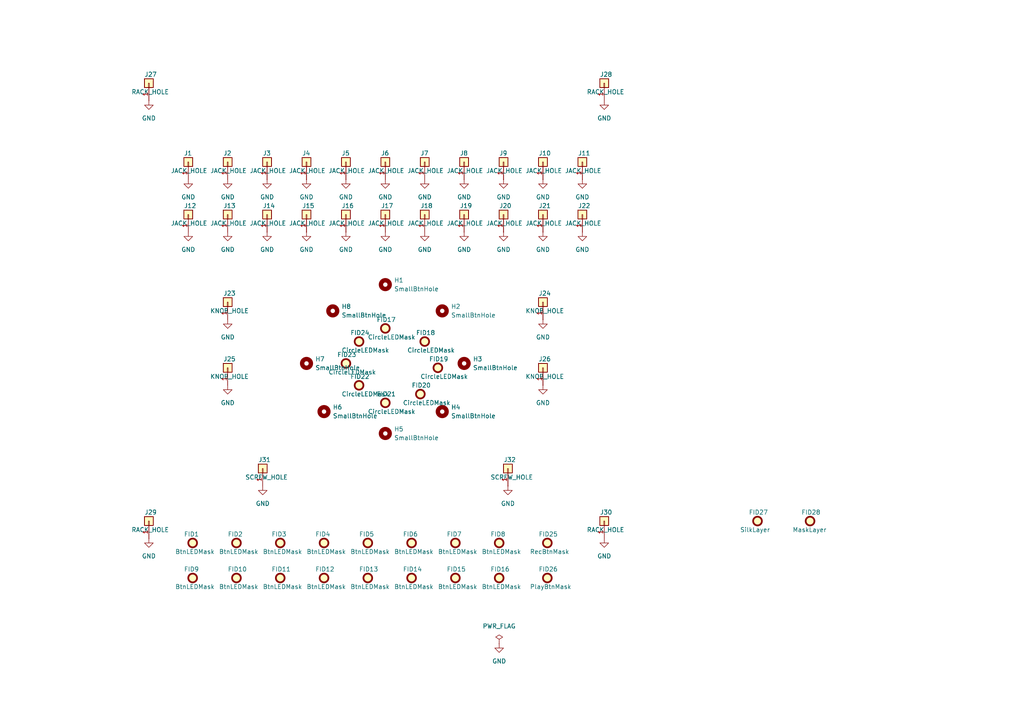
<source format=kicad_sch>
(kicad_sch
	(version 20250114)
	(generator "eeschema")
	(generator_version "9.0")
	(uuid "dc66dddb-e941-4541-85d2-9e295596e976")
	(paper "A4")
	(lib_symbols
		(symbol "Connector_Generic:Conn_01x01"
			(pin_names
				(offset 1.016)
				(hide yes)
			)
			(exclude_from_sim no)
			(in_bom yes)
			(on_board yes)
			(property "Reference" "J"
				(at 0 2.54 0)
				(effects
					(font
						(size 1.27 1.27)
					)
				)
			)
			(property "Value" "Conn_01x01"
				(at 0 -2.54 0)
				(effects
					(font
						(size 1.27 1.27)
					)
				)
			)
			(property "Footprint" ""
				(at 0 0 0)
				(effects
					(font
						(size 1.27 1.27)
					)
					(hide yes)
				)
			)
			(property "Datasheet" "~"
				(at 0 0 0)
				(effects
					(font
						(size 1.27 1.27)
					)
					(hide yes)
				)
			)
			(property "Description" "Generic connector, single row, 01x01, script generated (kicad-library-utils/schlib/autogen/connector/)"
				(at 0 0 0)
				(effects
					(font
						(size 1.27 1.27)
					)
					(hide yes)
				)
			)
			(property "ki_keywords" "connector"
				(at 0 0 0)
				(effects
					(font
						(size 1.27 1.27)
					)
					(hide yes)
				)
			)
			(property "ki_fp_filters" "Connector*:*_1x??_*"
				(at 0 0 0)
				(effects
					(font
						(size 1.27 1.27)
					)
					(hide yes)
				)
			)
			(symbol "Conn_01x01_1_1"
				(rectangle
					(start -1.27 1.27)
					(end 1.27 -1.27)
					(stroke
						(width 0.254)
						(type default)
					)
					(fill
						(type background)
					)
				)
				(rectangle
					(start -1.27 0.127)
					(end 0 -0.127)
					(stroke
						(width 0.1524)
						(type default)
					)
					(fill
						(type none)
					)
				)
				(pin passive line
					(at -5.08 0 0)
					(length 3.81)
					(name "Pin_1"
						(effects
							(font
								(size 1.27 1.27)
							)
						)
					)
					(number "1"
						(effects
							(font
								(size 1.27 1.27)
							)
						)
					)
				)
			)
			(embedded_fonts no)
		)
		(symbol "Mechanical:Fiducial"
			(exclude_from_sim no)
			(in_bom no)
			(on_board yes)
			(property "Reference" "FID"
				(at 0 5.08 0)
				(effects
					(font
						(size 1.27 1.27)
					)
				)
			)
			(property "Value" "Fiducial"
				(at 0 3.175 0)
				(effects
					(font
						(size 1.27 1.27)
					)
				)
			)
			(property "Footprint" ""
				(at 0 0 0)
				(effects
					(font
						(size 1.27 1.27)
					)
					(hide yes)
				)
			)
			(property "Datasheet" "~"
				(at 0 0 0)
				(effects
					(font
						(size 1.27 1.27)
					)
					(hide yes)
				)
			)
			(property "Description" "Fiducial Marker"
				(at 0 0 0)
				(effects
					(font
						(size 1.27 1.27)
					)
					(hide yes)
				)
			)
			(property "ki_keywords" "fiducial marker"
				(at 0 0 0)
				(effects
					(font
						(size 1.27 1.27)
					)
					(hide yes)
				)
			)
			(property "ki_fp_filters" "Fiducial*"
				(at 0 0 0)
				(effects
					(font
						(size 1.27 1.27)
					)
					(hide yes)
				)
			)
			(symbol "Fiducial_0_1"
				(circle
					(center 0 0)
					(radius 1.27)
					(stroke
						(width 0.508)
						(type default)
					)
					(fill
						(type background)
					)
				)
			)
			(embedded_fonts no)
		)
		(symbol "Mechanical:MountingHole"
			(pin_names
				(offset 1.016)
			)
			(exclude_from_sim no)
			(in_bom no)
			(on_board yes)
			(property "Reference" "H"
				(at 0 5.08 0)
				(effects
					(font
						(size 1.27 1.27)
					)
				)
			)
			(property "Value" "MountingHole"
				(at 0 3.175 0)
				(effects
					(font
						(size 1.27 1.27)
					)
				)
			)
			(property "Footprint" ""
				(at 0 0 0)
				(effects
					(font
						(size 1.27 1.27)
					)
					(hide yes)
				)
			)
			(property "Datasheet" "~"
				(at 0 0 0)
				(effects
					(font
						(size 1.27 1.27)
					)
					(hide yes)
				)
			)
			(property "Description" "Mounting Hole without connection"
				(at 0 0 0)
				(effects
					(font
						(size 1.27 1.27)
					)
					(hide yes)
				)
			)
			(property "ki_keywords" "mounting hole"
				(at 0 0 0)
				(effects
					(font
						(size 1.27 1.27)
					)
					(hide yes)
				)
			)
			(property "ki_fp_filters" "MountingHole*"
				(at 0 0 0)
				(effects
					(font
						(size 1.27 1.27)
					)
					(hide yes)
				)
			)
			(symbol "MountingHole_0_1"
				(circle
					(center 0 0)
					(radius 1.27)
					(stroke
						(width 1.27)
						(type default)
					)
					(fill
						(type none)
					)
				)
			)
			(embedded_fonts no)
		)
		(symbol "power:GND"
			(power)
			(pin_numbers
				(hide yes)
			)
			(pin_names
				(offset 0)
				(hide yes)
			)
			(exclude_from_sim no)
			(in_bom yes)
			(on_board yes)
			(property "Reference" "#PWR"
				(at 0 -6.35 0)
				(effects
					(font
						(size 1.27 1.27)
					)
					(hide yes)
				)
			)
			(property "Value" "GND"
				(at 0 -3.81 0)
				(effects
					(font
						(size 1.27 1.27)
					)
				)
			)
			(property "Footprint" ""
				(at 0 0 0)
				(effects
					(font
						(size 1.27 1.27)
					)
					(hide yes)
				)
			)
			(property "Datasheet" ""
				(at 0 0 0)
				(effects
					(font
						(size 1.27 1.27)
					)
					(hide yes)
				)
			)
			(property "Description" "Power symbol creates a global label with name \"GND\" , ground"
				(at 0 0 0)
				(effects
					(font
						(size 1.27 1.27)
					)
					(hide yes)
				)
			)
			(property "ki_keywords" "global power"
				(at 0 0 0)
				(effects
					(font
						(size 1.27 1.27)
					)
					(hide yes)
				)
			)
			(symbol "GND_0_1"
				(polyline
					(pts
						(xy 0 0) (xy 0 -1.27) (xy 1.27 -1.27) (xy 0 -2.54) (xy -1.27 -1.27) (xy 0 -1.27)
					)
					(stroke
						(width 0)
						(type default)
					)
					(fill
						(type none)
					)
				)
			)
			(symbol "GND_1_1"
				(pin power_in line
					(at 0 0 270)
					(length 0)
					(name "~"
						(effects
							(font
								(size 1.27 1.27)
							)
						)
					)
					(number "1"
						(effects
							(font
								(size 1.27 1.27)
							)
						)
					)
				)
			)
			(embedded_fonts no)
		)
		(symbol "power:PWR_FLAG"
			(power)
			(pin_numbers
				(hide yes)
			)
			(pin_names
				(offset 0)
				(hide yes)
			)
			(exclude_from_sim no)
			(in_bom yes)
			(on_board yes)
			(property "Reference" "#FLG"
				(at 0 1.905 0)
				(effects
					(font
						(size 1.27 1.27)
					)
					(hide yes)
				)
			)
			(property "Value" "PWR_FLAG"
				(at 0 3.81 0)
				(effects
					(font
						(size 1.27 1.27)
					)
				)
			)
			(property "Footprint" ""
				(at 0 0 0)
				(effects
					(font
						(size 1.27 1.27)
					)
					(hide yes)
				)
			)
			(property "Datasheet" "~"
				(at 0 0 0)
				(effects
					(font
						(size 1.27 1.27)
					)
					(hide yes)
				)
			)
			(property "Description" "Special symbol for telling ERC where power comes from"
				(at 0 0 0)
				(effects
					(font
						(size 1.27 1.27)
					)
					(hide yes)
				)
			)
			(property "ki_keywords" "flag power"
				(at 0 0 0)
				(effects
					(font
						(size 1.27 1.27)
					)
					(hide yes)
				)
			)
			(symbol "PWR_FLAG_0_0"
				(pin power_out line
					(at 0 0 90)
					(length 0)
					(name "~"
						(effects
							(font
								(size 1.27 1.27)
							)
						)
					)
					(number "1"
						(effects
							(font
								(size 1.27 1.27)
							)
						)
					)
				)
			)
			(symbol "PWR_FLAG_0_1"
				(polyline
					(pts
						(xy 0 0) (xy 0 1.27) (xy -1.016 1.905) (xy 0 2.54) (xy 1.016 1.905) (xy 0 1.27)
					)
					(stroke
						(width 0)
						(type default)
					)
					(fill
						(type none)
					)
				)
			)
			(embedded_fonts no)
		)
	)
	(symbol
		(lib_id "Mechanical:Fiducial")
		(at 81.28 167.64 0)
		(unit 1)
		(exclude_from_sim no)
		(in_bom no)
		(on_board yes)
		(dnp no)
		(uuid "018cc8fb-9dc4-4f7b-a6c4-cfff4f9ce999")
		(property "Reference" "FID11"
			(at 78.74 165.1 0)
			(effects
				(font
					(size 1.27 1.27)
				)
				(justify left)
			)
		)
		(property "Value" "BtnLEDMask"
			(at 76.2 170.18 0)
			(effects
				(font
					(size 1.27 1.27)
				)
				(justify left)
			)
		)
		(property "Footprint" "custom:ButtonLEDMask"
			(at 81.28 167.64 0)
			(effects
				(font
					(size 1.27 1.27)
				)
				(hide yes)
			)
		)
		(property "Datasheet" "~"
			(at 81.28 167.64 0)
			(effects
				(font
					(size 1.27 1.27)
				)
				(hide yes)
			)
		)
		(property "Description" "Fiducial Marker"
			(at 81.28 167.64 0)
			(effects
				(font
					(size 1.27 1.27)
				)
				(hide yes)
			)
		)
		(instances
			(project "igb01_module_panel"
				(path "/dc66dddb-e941-4541-85d2-9e295596e976"
					(reference "FID11")
					(unit 1)
				)
			)
		)
	)
	(symbol
		(lib_id "Connector_Generic:Conn_01x01")
		(at 66.04 46.99 90)
		(unit 1)
		(exclude_from_sim no)
		(in_bom yes)
		(on_board yes)
		(dnp no)
		(uuid "01dabe20-b39f-4553-b5a0-c7c781da562b")
		(property "Reference" "J2"
			(at 64.77 44.45 90)
			(effects
				(font
					(size 1.27 1.27)
				)
				(justify right)
			)
		)
		(property "Value" "JACK_HOLE"
			(at 60.96 49.53 90)
			(effects
				(font
					(size 1.27 1.27)
				)
				(justify right)
			)
		)
		(property "Footprint" "custom:HOLE_6.1"
			(at 66.04 46.99 0)
			(effects
				(font
					(size 1.27 1.27)
				)
				(hide yes)
			)
		)
		(property "Datasheet" "~"
			(at 66.04 46.99 0)
			(effects
				(font
					(size 1.27 1.27)
				)
				(hide yes)
			)
		)
		(property "Description" "Generic connector, single row, 01x01, script generated (kicad-library-utils/schlib/autogen/connector/)"
			(at 66.04 46.99 0)
			(effects
				(font
					(size 1.27 1.27)
				)
				(hide yes)
			)
		)
		(pin "1"
			(uuid "a09044fa-892f-4221-bb5c-a3ef1223f9d3")
		)
		(instances
			(project "igb01_module_panel"
				(path "/dc66dddb-e941-4541-85d2-9e295596e976"
					(reference "J2")
					(unit 1)
				)
			)
		)
	)
	(symbol
		(lib_id "power:GND")
		(at 144.78 186.69 0)
		(unit 1)
		(exclude_from_sim no)
		(in_bom yes)
		(on_board yes)
		(dnp no)
		(fields_autoplaced yes)
		(uuid "0297c47a-d384-4a22-b8c0-cba55fddfc9a")
		(property "Reference" "#PWR033"
			(at 144.78 193.04 0)
			(effects
				(font
					(size 1.27 1.27)
				)
				(hide yes)
			)
		)
		(property "Value" "GND"
			(at 144.78 191.77 0)
			(effects
				(font
					(size 1.27 1.27)
				)
			)
		)
		(property "Footprint" ""
			(at 144.78 186.69 0)
			(effects
				(font
					(size 1.27 1.27)
				)
				(hide yes)
			)
		)
		(property "Datasheet" ""
			(at 144.78 186.69 0)
			(effects
				(font
					(size 1.27 1.27)
				)
				(hide yes)
			)
		)
		(property "Description" "Power symbol creates a global label with name \"GND\" , ground"
			(at 144.78 186.69 0)
			(effects
				(font
					(size 1.27 1.27)
				)
				(hide yes)
			)
		)
		(pin "1"
			(uuid "cc2953dd-ed40-4f7d-b7fb-ad6d6664abd0")
		)
		(instances
			(project "igb01_module_panel"
				(path "/dc66dddb-e941-4541-85d2-9e295596e976"
					(reference "#PWR033")
					(unit 1)
				)
			)
		)
	)
	(symbol
		(lib_id "Mechanical:Fiducial")
		(at 119.38 157.48 0)
		(unit 1)
		(exclude_from_sim no)
		(in_bom no)
		(on_board yes)
		(dnp no)
		(uuid "077c83e8-192c-4ab6-8024-edea904b26f2")
		(property "Reference" "FID6"
			(at 116.84 154.94 0)
			(effects
				(font
					(size 1.27 1.27)
				)
				(justify left)
			)
		)
		(property "Value" "BtnLEDMask"
			(at 114.3 160.02 0)
			(effects
				(font
					(size 1.27 1.27)
				)
				(justify left)
			)
		)
		(property "Footprint" "custom:ButtonLEDMask"
			(at 119.38 157.48 0)
			(effects
				(font
					(size 1.27 1.27)
				)
				(hide yes)
			)
		)
		(property "Datasheet" "~"
			(at 119.38 157.48 0)
			(effects
				(font
					(size 1.27 1.27)
				)
				(hide yes)
			)
		)
		(property "Description" "Fiducial Marker"
			(at 119.38 157.48 0)
			(effects
				(font
					(size 1.27 1.27)
				)
				(hide yes)
			)
		)
		(instances
			(project "igb01_module_panel"
				(path "/dc66dddb-e941-4541-85d2-9e295596e976"
					(reference "FID6")
					(unit 1)
				)
			)
		)
	)
	(symbol
		(lib_id "power:GND")
		(at 66.04 92.71 0)
		(unit 1)
		(exclude_from_sim no)
		(in_bom yes)
		(on_board yes)
		(dnp no)
		(fields_autoplaced yes)
		(uuid "0c6b1f37-7a90-4a76-8f43-77e8a5a81976")
		(property "Reference" "#PWR023"
			(at 66.04 99.06 0)
			(effects
				(font
					(size 1.27 1.27)
				)
				(hide yes)
			)
		)
		(property "Value" "GND"
			(at 66.04 97.79 0)
			(effects
				(font
					(size 1.27 1.27)
				)
			)
		)
		(property "Footprint" ""
			(at 66.04 92.71 0)
			(effects
				(font
					(size 1.27 1.27)
				)
				(hide yes)
			)
		)
		(property "Datasheet" ""
			(at 66.04 92.71 0)
			(effects
				(font
					(size 1.27 1.27)
				)
				(hide yes)
			)
		)
		(property "Description" "Power symbol creates a global label with name \"GND\" , ground"
			(at 66.04 92.71 0)
			(effects
				(font
					(size 1.27 1.27)
				)
				(hide yes)
			)
		)
		(pin "1"
			(uuid "28a12f59-2a04-4874-bc85-fffeb88fcd7f")
		)
		(instances
			(project "igb01_module_panel"
				(path "/dc66dddb-e941-4541-85d2-9e295596e976"
					(reference "#PWR023")
					(unit 1)
				)
			)
		)
	)
	(symbol
		(lib_id "power:GND")
		(at 147.32 140.97 0)
		(unit 1)
		(exclude_from_sim no)
		(in_bom yes)
		(on_board yes)
		(dnp no)
		(fields_autoplaced yes)
		(uuid "0d5bbe88-17b2-441f-9b0c-757ef15ff2ff")
		(property "Reference" "#PWR032"
			(at 147.32 147.32 0)
			(effects
				(font
					(size 1.27 1.27)
				)
				(hide yes)
			)
		)
		(property "Value" "GND"
			(at 147.32 146.05 0)
			(effects
				(font
					(size 1.27 1.27)
				)
			)
		)
		(property "Footprint" ""
			(at 147.32 140.97 0)
			(effects
				(font
					(size 1.27 1.27)
				)
				(hide yes)
			)
		)
		(property "Datasheet" ""
			(at 147.32 140.97 0)
			(effects
				(font
					(size 1.27 1.27)
				)
				(hide yes)
			)
		)
		(property "Description" "Power symbol creates a global label with name \"GND\" , ground"
			(at 147.32 140.97 0)
			(effects
				(font
					(size 1.27 1.27)
				)
				(hide yes)
			)
		)
		(pin "1"
			(uuid "d3d55827-4273-4ed3-be8b-53baf8ef2cdb")
		)
		(instances
			(project "igb01_module_panel"
				(path "/dc66dddb-e941-4541-85d2-9e295596e976"
					(reference "#PWR032")
					(unit 1)
				)
			)
		)
	)
	(symbol
		(lib_id "power:GND")
		(at 100.33 67.31 0)
		(unit 1)
		(exclude_from_sim no)
		(in_bom yes)
		(on_board yes)
		(dnp no)
		(fields_autoplaced yes)
		(uuid "1280ffd1-be55-4416-8357-7d2bc292f5bc")
		(property "Reference" "#PWR016"
			(at 100.33 73.66 0)
			(effects
				(font
					(size 1.27 1.27)
				)
				(hide yes)
			)
		)
		(property "Value" "GND"
			(at 100.33 72.39 0)
			(effects
				(font
					(size 1.27 1.27)
				)
			)
		)
		(property "Footprint" ""
			(at 100.33 67.31 0)
			(effects
				(font
					(size 1.27 1.27)
				)
				(hide yes)
			)
		)
		(property "Datasheet" ""
			(at 100.33 67.31 0)
			(effects
				(font
					(size 1.27 1.27)
				)
				(hide yes)
			)
		)
		(property "Description" "Power symbol creates a global label with name \"GND\" , ground"
			(at 100.33 67.31 0)
			(effects
				(font
					(size 1.27 1.27)
				)
				(hide yes)
			)
		)
		(pin "1"
			(uuid "d7b847eb-febb-4008-b6b8-44aa004002c7")
		)
		(instances
			(project "igb01_module_panel"
				(path "/dc66dddb-e941-4541-85d2-9e295596e976"
					(reference "#PWR016")
					(unit 1)
				)
			)
		)
	)
	(symbol
		(lib_id "Connector_Generic:Conn_01x01")
		(at 168.91 46.99 90)
		(unit 1)
		(exclude_from_sim no)
		(in_bom yes)
		(on_board yes)
		(dnp no)
		(uuid "14c9ce45-dd30-4b78-93d1-282b6ffe33bb")
		(property "Reference" "J11"
			(at 167.64 44.45 90)
			(effects
				(font
					(size 1.27 1.27)
				)
				(justify right)
			)
		)
		(property "Value" "JACK_HOLE"
			(at 163.83 49.53 90)
			(effects
				(font
					(size 1.27 1.27)
				)
				(justify right)
			)
		)
		(property "Footprint" "custom:HOLE_6.1"
			(at 168.91 46.99 0)
			(effects
				(font
					(size 1.27 1.27)
				)
				(hide yes)
			)
		)
		(property "Datasheet" "~"
			(at 168.91 46.99 0)
			(effects
				(font
					(size 1.27 1.27)
				)
				(hide yes)
			)
		)
		(property "Description" "Generic connector, single row, 01x01, script generated (kicad-library-utils/schlib/autogen/connector/)"
			(at 168.91 46.99 0)
			(effects
				(font
					(size 1.27 1.27)
				)
				(hide yes)
			)
		)
		(pin "1"
			(uuid "644d583e-a0ab-4c8b-8f10-f4949e1e4399")
		)
		(instances
			(project "igb01_module_panel"
				(path "/dc66dddb-e941-4541-85d2-9e295596e976"
					(reference "J11")
					(unit 1)
				)
			)
		)
	)
	(symbol
		(lib_id "Mechanical:Fiducial")
		(at 158.75 167.64 0)
		(unit 1)
		(exclude_from_sim no)
		(in_bom no)
		(on_board yes)
		(dnp no)
		(uuid "1c8b5754-b838-429f-802c-6d76f7b9f0ba")
		(property "Reference" "FID26"
			(at 156.21 165.1 0)
			(effects
				(font
					(size 1.27 1.27)
				)
				(justify left)
			)
		)
		(property "Value" "PlayBtnMask"
			(at 153.67 170.18 0)
			(effects
				(font
					(size 1.27 1.27)
				)
				(justify left)
			)
		)
		(property "Footprint" "custom:PlayLEDMask"
			(at 158.75 167.64 0)
			(effects
				(font
					(size 1.27 1.27)
				)
				(hide yes)
			)
		)
		(property "Datasheet" "~"
			(at 158.75 167.64 0)
			(effects
				(font
					(size 1.27 1.27)
				)
				(hide yes)
			)
		)
		(property "Description" "Fiducial Marker"
			(at 158.75 167.64 0)
			(effects
				(font
					(size 1.27 1.27)
				)
				(hide yes)
			)
		)
		(instances
			(project "igb01_module_panel"
				(path "/dc66dddb-e941-4541-85d2-9e295596e976"
					(reference "FID26")
					(unit 1)
				)
			)
		)
	)
	(symbol
		(lib_id "Mechanical:Fiducial")
		(at 55.88 167.64 0)
		(unit 1)
		(exclude_from_sim no)
		(in_bom no)
		(on_board yes)
		(dnp no)
		(uuid "1d5f3673-aac1-48d7-959e-b7319847fec9")
		(property "Reference" "FID9"
			(at 53.34 165.1 0)
			(effects
				(font
					(size 1.27 1.27)
				)
				(justify left)
			)
		)
		(property "Value" "BtnLEDMask"
			(at 50.8 170.18 0)
			(effects
				(font
					(size 1.27 1.27)
				)
				(justify left)
			)
		)
		(property "Footprint" "custom:ButtonLEDMask"
			(at 55.88 167.64 0)
			(effects
				(font
					(size 1.27 1.27)
				)
				(hide yes)
			)
		)
		(property "Datasheet" "~"
			(at 55.88 167.64 0)
			(effects
				(font
					(size 1.27 1.27)
				)
				(hide yes)
			)
		)
		(property "Description" "Fiducial Marker"
			(at 55.88 167.64 0)
			(effects
				(font
					(size 1.27 1.27)
				)
				(hide yes)
			)
		)
		(instances
			(project "igb01_module_panel"
				(path "/dc66dddb-e941-4541-85d2-9e295596e976"
					(reference "FID9")
					(unit 1)
				)
			)
		)
	)
	(symbol
		(lib_id "Connector_Generic:Conn_01x01")
		(at 157.48 62.23 90)
		(unit 1)
		(exclude_from_sim no)
		(in_bom yes)
		(on_board yes)
		(dnp no)
		(uuid "1dc64398-198b-47c7-b552-5ab0d3db4f21")
		(property "Reference" "J21"
			(at 156.21 59.69 90)
			(effects
				(font
					(size 1.27 1.27)
				)
				(justify right)
			)
		)
		(property "Value" "JACK_HOLE"
			(at 152.4 64.77 90)
			(effects
				(font
					(size 1.27 1.27)
				)
				(justify right)
			)
		)
		(property "Footprint" "custom:HOLE_6.1"
			(at 157.48 62.23 0)
			(effects
				(font
					(size 1.27 1.27)
				)
				(hide yes)
			)
		)
		(property "Datasheet" "~"
			(at 157.48 62.23 0)
			(effects
				(font
					(size 1.27 1.27)
				)
				(hide yes)
			)
		)
		(property "Description" "Generic connector, single row, 01x01, script generated (kicad-library-utils/schlib/autogen/connector/)"
			(at 157.48 62.23 0)
			(effects
				(font
					(size 1.27 1.27)
				)
				(hide yes)
			)
		)
		(pin "1"
			(uuid "9c2f8f19-5e11-49b5-96f0-77093beb5a94")
		)
		(instances
			(project "igb01_module_panel"
				(path "/dc66dddb-e941-4541-85d2-9e295596e976"
					(reference "J21")
					(unit 1)
				)
			)
		)
	)
	(symbol
		(lib_id "Mechanical:Fiducial")
		(at 68.58 167.64 0)
		(unit 1)
		(exclude_from_sim no)
		(in_bom no)
		(on_board yes)
		(dnp no)
		(uuid "1e7074f8-6ce7-4f22-ae6c-bbd21af92467")
		(property "Reference" "FID10"
			(at 66.04 165.1 0)
			(effects
				(font
					(size 1.27 1.27)
				)
				(justify left)
			)
		)
		(property "Value" "BtnLEDMask"
			(at 63.5 170.18 0)
			(effects
				(font
					(size 1.27 1.27)
				)
				(justify left)
			)
		)
		(property "Footprint" "custom:ButtonLEDMask"
			(at 68.58 167.64 0)
			(effects
				(font
					(size 1.27 1.27)
				)
				(hide yes)
			)
		)
		(property "Datasheet" "~"
			(at 68.58 167.64 0)
			(effects
				(font
					(size 1.27 1.27)
				)
				(hide yes)
			)
		)
		(property "Description" "Fiducial Marker"
			(at 68.58 167.64 0)
			(effects
				(font
					(size 1.27 1.27)
				)
				(hide yes)
			)
		)
		(instances
			(project "igb01_module_panel"
				(path "/dc66dddb-e941-4541-85d2-9e295596e976"
					(reference "FID10")
					(unit 1)
				)
			)
		)
	)
	(symbol
		(lib_id "Mechanical:Fiducial")
		(at 144.78 167.64 0)
		(unit 1)
		(exclude_from_sim no)
		(in_bom no)
		(on_board yes)
		(dnp no)
		(uuid "206f0f35-f6e0-4030-938a-46dcf3d611e7")
		(property "Reference" "FID16"
			(at 142.24 165.1 0)
			(effects
				(font
					(size 1.27 1.27)
				)
				(justify left)
			)
		)
		(property "Value" "BtnLEDMask"
			(at 139.7 170.18 0)
			(effects
				(font
					(size 1.27 1.27)
				)
				(justify left)
			)
		)
		(property "Footprint" "custom:ButtonLEDMask"
			(at 144.78 167.64 0)
			(effects
				(font
					(size 1.27 1.27)
				)
				(hide yes)
			)
		)
		(property "Datasheet" "~"
			(at 144.78 167.64 0)
			(effects
				(font
					(size 1.27 1.27)
				)
				(hide yes)
			)
		)
		(property "Description" "Fiducial Marker"
			(at 144.78 167.64 0)
			(effects
				(font
					(size 1.27 1.27)
				)
				(hide yes)
			)
		)
		(instances
			(project "igb01_module_panel"
				(path "/dc66dddb-e941-4541-85d2-9e295596e976"
					(reference "FID16")
					(unit 1)
				)
			)
		)
	)
	(symbol
		(lib_id "Mechanical:Fiducial")
		(at 93.98 167.64 0)
		(unit 1)
		(exclude_from_sim no)
		(in_bom no)
		(on_board yes)
		(dnp no)
		(uuid "233432d3-4583-4ca0-a18f-08393b9b73c2")
		(property "Reference" "FID12"
			(at 91.44 165.1 0)
			(effects
				(font
					(size 1.27 1.27)
				)
				(justify left)
			)
		)
		(property "Value" "BtnLEDMask"
			(at 88.9 170.18 0)
			(effects
				(font
					(size 1.27 1.27)
				)
				(justify left)
			)
		)
		(property "Footprint" "custom:ButtonLEDMask"
			(at 93.98 167.64 0)
			(effects
				(font
					(size 1.27 1.27)
				)
				(hide yes)
			)
		)
		(property "Datasheet" "~"
			(at 93.98 167.64 0)
			(effects
				(font
					(size 1.27 1.27)
				)
				(hide yes)
			)
		)
		(property "Description" "Fiducial Marker"
			(at 93.98 167.64 0)
			(effects
				(font
					(size 1.27 1.27)
				)
				(hide yes)
			)
		)
		(instances
			(project "igb01_module_panel"
				(path "/dc66dddb-e941-4541-85d2-9e295596e976"
					(reference "FID12")
					(unit 1)
				)
			)
		)
	)
	(symbol
		(lib_id "Mechanical:Fiducial")
		(at 111.76 95.25 0)
		(unit 1)
		(exclude_from_sim no)
		(in_bom no)
		(on_board yes)
		(dnp no)
		(uuid "24804e55-54dd-4c0d-9e91-67807f99a510")
		(property "Reference" "FID17"
			(at 109.22 92.71 0)
			(effects
				(font
					(size 1.27 1.27)
				)
				(justify left)
			)
		)
		(property "Value" "CircleLEDMask"
			(at 106.68 97.79 0)
			(effects
				(font
					(size 1.27 1.27)
				)
				(justify left)
			)
		)
		(property "Footprint" "custom:CircleLEDMask"
			(at 111.76 95.25 0)
			(effects
				(font
					(size 1.27 1.27)
				)
				(hide yes)
			)
		)
		(property "Datasheet" "~"
			(at 111.76 95.25 0)
			(effects
				(font
					(size 1.27 1.27)
				)
				(hide yes)
			)
		)
		(property "Description" "Fiducial Marker"
			(at 111.76 95.25 0)
			(effects
				(font
					(size 1.27 1.27)
				)
				(hide yes)
			)
		)
		(instances
			(project "igb01_module_panel"
				(path "/dc66dddb-e941-4541-85d2-9e295596e976"
					(reference "FID17")
					(unit 1)
				)
			)
		)
	)
	(symbol
		(lib_id "power:PWR_FLAG")
		(at 144.78 186.69 0)
		(unit 1)
		(exclude_from_sim no)
		(in_bom yes)
		(on_board yes)
		(dnp no)
		(fields_autoplaced yes)
		(uuid "26a14d6f-d8e1-40a5-9782-d4b7d3db0b2e")
		(property "Reference" "#FLG01"
			(at 144.78 184.785 0)
			(effects
				(font
					(size 1.27 1.27)
				)
				(hide yes)
			)
		)
		(property "Value" "PWR_FLAG"
			(at 144.78 181.61 0)
			(effects
				(font
					(size 1.27 1.27)
				)
			)
		)
		(property "Footprint" ""
			(at 144.78 186.69 0)
			(effects
				(font
					(size 1.27 1.27)
				)
				(hide yes)
			)
		)
		(property "Datasheet" "~"
			(at 144.78 186.69 0)
			(effects
				(font
					(size 1.27 1.27)
				)
				(hide yes)
			)
		)
		(property "Description" "Special symbol for telling ERC where power comes from"
			(at 144.78 186.69 0)
			(effects
				(font
					(size 1.27 1.27)
				)
				(hide yes)
			)
		)
		(pin "1"
			(uuid "1944ef6d-0ea0-453b-95e7-723f0123bb6c")
		)
		(instances
			(project ""
				(path "/dc66dddb-e941-4541-85d2-9e295596e976"
					(reference "#FLG01")
					(unit 1)
				)
			)
		)
	)
	(symbol
		(lib_id "Mechanical:Fiducial")
		(at 106.68 167.64 0)
		(unit 1)
		(exclude_from_sim no)
		(in_bom no)
		(on_board yes)
		(dnp no)
		(uuid "2835e330-9694-4695-a111-fbc7d5427f59")
		(property "Reference" "FID13"
			(at 104.14 165.1 0)
			(effects
				(font
					(size 1.27 1.27)
				)
				(justify left)
			)
		)
		(property "Value" "BtnLEDMask"
			(at 101.6 170.18 0)
			(effects
				(font
					(size 1.27 1.27)
				)
				(justify left)
			)
		)
		(property "Footprint" "custom:ButtonLEDMask"
			(at 106.68 167.64 0)
			(effects
				(font
					(size 1.27 1.27)
				)
				(hide yes)
			)
		)
		(property "Datasheet" "~"
			(at 106.68 167.64 0)
			(effects
				(font
					(size 1.27 1.27)
				)
				(hide yes)
			)
		)
		(property "Description" "Fiducial Marker"
			(at 106.68 167.64 0)
			(effects
				(font
					(size 1.27 1.27)
				)
				(hide yes)
			)
		)
		(instances
			(project "igb01_module_panel"
				(path "/dc66dddb-e941-4541-85d2-9e295596e976"
					(reference "FID13")
					(unit 1)
				)
			)
		)
	)
	(symbol
		(lib_id "Connector_Generic:Conn_01x01")
		(at 134.62 46.99 90)
		(unit 1)
		(exclude_from_sim no)
		(in_bom yes)
		(on_board yes)
		(dnp no)
		(uuid "2b5b4f43-df07-4dc8-94bd-f58c5db5518b")
		(property "Reference" "J8"
			(at 133.35 44.45 90)
			(effects
				(font
					(size 1.27 1.27)
				)
				(justify right)
			)
		)
		(property "Value" "JACK_HOLE"
			(at 129.54 49.53 90)
			(effects
				(font
					(size 1.27 1.27)
				)
				(justify right)
			)
		)
		(property "Footprint" "custom:HOLE_6.1"
			(at 134.62 46.99 0)
			(effects
				(font
					(size 1.27 1.27)
				)
				(hide yes)
			)
		)
		(property "Datasheet" "~"
			(at 134.62 46.99 0)
			(effects
				(font
					(size 1.27 1.27)
				)
				(hide yes)
			)
		)
		(property "Description" "Generic connector, single row, 01x01, script generated (kicad-library-utils/schlib/autogen/connector/)"
			(at 134.62 46.99 0)
			(effects
				(font
					(size 1.27 1.27)
				)
				(hide yes)
			)
		)
		(pin "1"
			(uuid "433153e5-d270-41d8-8388-31323ee00098")
		)
		(instances
			(project "igb01_module_panel"
				(path "/dc66dddb-e941-4541-85d2-9e295596e976"
					(reference "J8")
					(unit 1)
				)
			)
		)
	)
	(symbol
		(lib_id "Connector_Generic:Conn_01x01")
		(at 54.61 62.23 90)
		(unit 1)
		(exclude_from_sim no)
		(in_bom yes)
		(on_board yes)
		(dnp no)
		(uuid "30172d12-e424-4c08-9c32-a63321fbef5a")
		(property "Reference" "J12"
			(at 53.34 59.69 90)
			(effects
				(font
					(size 1.27 1.27)
				)
				(justify right)
			)
		)
		(property "Value" "JACK_HOLE"
			(at 49.53 64.77 90)
			(effects
				(font
					(size 1.27 1.27)
				)
				(justify right)
			)
		)
		(property "Footprint" "custom:HOLE_6.1"
			(at 54.61 62.23 0)
			(effects
				(font
					(size 1.27 1.27)
				)
				(hide yes)
			)
		)
		(property "Datasheet" "~"
			(at 54.61 62.23 0)
			(effects
				(font
					(size 1.27 1.27)
				)
				(hide yes)
			)
		)
		(property "Description" "Generic connector, single row, 01x01, script generated (kicad-library-utils/schlib/autogen/connector/)"
			(at 54.61 62.23 0)
			(effects
				(font
					(size 1.27 1.27)
				)
				(hide yes)
			)
		)
		(pin "1"
			(uuid "a33a971a-8cfa-4c37-9e2d-b6ffc80256d2")
		)
		(instances
			(project "igb01_module_panel"
				(path "/dc66dddb-e941-4541-85d2-9e295596e976"
					(reference "J12")
					(unit 1)
				)
			)
		)
	)
	(symbol
		(lib_id "power:GND")
		(at 134.62 67.31 0)
		(unit 1)
		(exclude_from_sim no)
		(in_bom yes)
		(on_board yes)
		(dnp no)
		(fields_autoplaced yes)
		(uuid "315a9a49-8ba9-49ab-bd80-3ef039b6f7fb")
		(property "Reference" "#PWR019"
			(at 134.62 73.66 0)
			(effects
				(font
					(size 1.27 1.27)
				)
				(hide yes)
			)
		)
		(property "Value" "GND"
			(at 134.62 72.39 0)
			(effects
				(font
					(size 1.27 1.27)
				)
			)
		)
		(property "Footprint" ""
			(at 134.62 67.31 0)
			(effects
				(font
					(size 1.27 1.27)
				)
				(hide yes)
			)
		)
		(property "Datasheet" ""
			(at 134.62 67.31 0)
			(effects
				(font
					(size 1.27 1.27)
				)
				(hide yes)
			)
		)
		(property "Description" "Power symbol creates a global label with name \"GND\" , ground"
			(at 134.62 67.31 0)
			(effects
				(font
					(size 1.27 1.27)
				)
				(hide yes)
			)
		)
		(pin "1"
			(uuid "276b5886-8b39-4b9b-8b3c-cf7ff1e93250")
		)
		(instances
			(project "igb01_module_panel"
				(path "/dc66dddb-e941-4541-85d2-9e295596e976"
					(reference "#PWR019")
					(unit 1)
				)
			)
		)
	)
	(symbol
		(lib_id "power:GND")
		(at 76.2 140.97 0)
		(unit 1)
		(exclude_from_sim no)
		(in_bom yes)
		(on_board yes)
		(dnp no)
		(fields_autoplaced yes)
		(uuid "34e88a04-a603-44ca-8fab-de8d9acbfbcf")
		(property "Reference" "#PWR031"
			(at 76.2 147.32 0)
			(effects
				(font
					(size 1.27 1.27)
				)
				(hide yes)
			)
		)
		(property "Value" "GND"
			(at 76.2 146.05 0)
			(effects
				(font
					(size 1.27 1.27)
				)
			)
		)
		(property "Footprint" ""
			(at 76.2 140.97 0)
			(effects
				(font
					(size 1.27 1.27)
				)
				(hide yes)
			)
		)
		(property "Datasheet" ""
			(at 76.2 140.97 0)
			(effects
				(font
					(size 1.27 1.27)
				)
				(hide yes)
			)
		)
		(property "Description" "Power symbol creates a global label with name \"GND\" , ground"
			(at 76.2 140.97 0)
			(effects
				(font
					(size 1.27 1.27)
				)
				(hide yes)
			)
		)
		(pin "1"
			(uuid "274a79e6-7448-4520-abde-3eb6ead73368")
		)
		(instances
			(project "igb01_module_panel"
				(path "/dc66dddb-e941-4541-85d2-9e295596e976"
					(reference "#PWR031")
					(unit 1)
				)
			)
		)
	)
	(symbol
		(lib_id "power:GND")
		(at 175.26 29.21 0)
		(unit 1)
		(exclude_from_sim no)
		(in_bom yes)
		(on_board yes)
		(dnp no)
		(fields_autoplaced yes)
		(uuid "3853f3a2-078d-430b-a608-8f7ef8bd833b")
		(property "Reference" "#PWR028"
			(at 175.26 35.56 0)
			(effects
				(font
					(size 1.27 1.27)
				)
				(hide yes)
			)
		)
		(property "Value" "GND"
			(at 175.26 34.29 0)
			(effects
				(font
					(size 1.27 1.27)
				)
			)
		)
		(property "Footprint" ""
			(at 175.26 29.21 0)
			(effects
				(font
					(size 1.27 1.27)
				)
				(hide yes)
			)
		)
		(property "Datasheet" ""
			(at 175.26 29.21 0)
			(effects
				(font
					(size 1.27 1.27)
				)
				(hide yes)
			)
		)
		(property "Description" "Power symbol creates a global label with name \"GND\" , ground"
			(at 175.26 29.21 0)
			(effects
				(font
					(size 1.27 1.27)
				)
				(hide yes)
			)
		)
		(pin "1"
			(uuid "8809a7a7-871e-4fd1-aaf3-b972d0d9258a")
		)
		(instances
			(project "igb01_module_panel"
				(path "/dc66dddb-e941-4541-85d2-9e295596e976"
					(reference "#PWR028")
					(unit 1)
				)
			)
		)
	)
	(symbol
		(lib_id "Mechanical:Fiducial")
		(at 132.08 167.64 0)
		(unit 1)
		(exclude_from_sim no)
		(in_bom no)
		(on_board yes)
		(dnp no)
		(uuid "3a684a82-df30-4932-ab2d-a0d6cc9cc0d8")
		(property "Reference" "FID15"
			(at 129.54 165.1 0)
			(effects
				(font
					(size 1.27 1.27)
				)
				(justify left)
			)
		)
		(property "Value" "BtnLEDMask"
			(at 127 170.18 0)
			(effects
				(font
					(size 1.27 1.27)
				)
				(justify left)
			)
		)
		(property "Footprint" "custom:ButtonLEDMask"
			(at 132.08 167.64 0)
			(effects
				(font
					(size 1.27 1.27)
				)
				(hide yes)
			)
		)
		(property "Datasheet" "~"
			(at 132.08 167.64 0)
			(effects
				(font
					(size 1.27 1.27)
				)
				(hide yes)
			)
		)
		(property "Description" "Fiducial Marker"
			(at 132.08 167.64 0)
			(effects
				(font
					(size 1.27 1.27)
				)
				(hide yes)
			)
		)
		(instances
			(project "igb01_module_panel"
				(path "/dc66dddb-e941-4541-85d2-9e295596e976"
					(reference "FID15")
					(unit 1)
				)
			)
		)
	)
	(symbol
		(lib_id "power:GND")
		(at 123.19 52.07 0)
		(unit 1)
		(exclude_from_sim no)
		(in_bom yes)
		(on_board yes)
		(dnp no)
		(fields_autoplaced yes)
		(uuid "3e3092db-ec3b-405f-b412-4652f0d0d0b4")
		(property "Reference" "#PWR07"
			(at 123.19 58.42 0)
			(effects
				(font
					(size 1.27 1.27)
				)
				(hide yes)
			)
		)
		(property "Value" "GND"
			(at 123.19 57.15 0)
			(effects
				(font
					(size 1.27 1.27)
				)
			)
		)
		(property "Footprint" ""
			(at 123.19 52.07 0)
			(effects
				(font
					(size 1.27 1.27)
				)
				(hide yes)
			)
		)
		(property "Datasheet" ""
			(at 123.19 52.07 0)
			(effects
				(font
					(size 1.27 1.27)
				)
				(hide yes)
			)
		)
		(property "Description" "Power symbol creates a global label with name \"GND\" , ground"
			(at 123.19 52.07 0)
			(effects
				(font
					(size 1.27 1.27)
				)
				(hide yes)
			)
		)
		(pin "1"
			(uuid "9ff62417-6637-4476-9ae1-380b30fa2632")
		)
		(instances
			(project "igb01_module_panel"
				(path "/dc66dddb-e941-4541-85d2-9e295596e976"
					(reference "#PWR07")
					(unit 1)
				)
			)
		)
	)
	(symbol
		(lib_id "power:GND")
		(at 54.61 52.07 0)
		(unit 1)
		(exclude_from_sim no)
		(in_bom yes)
		(on_board yes)
		(dnp no)
		(fields_autoplaced yes)
		(uuid "3ec5de25-d489-4981-8ae0-c40e5e09f545")
		(property "Reference" "#PWR01"
			(at 54.61 58.42 0)
			(effects
				(font
					(size 1.27 1.27)
				)
				(hide yes)
			)
		)
		(property "Value" "GND"
			(at 54.61 57.15 0)
			(effects
				(font
					(size 1.27 1.27)
				)
			)
		)
		(property "Footprint" ""
			(at 54.61 52.07 0)
			(effects
				(font
					(size 1.27 1.27)
				)
				(hide yes)
			)
		)
		(property "Datasheet" ""
			(at 54.61 52.07 0)
			(effects
				(font
					(size 1.27 1.27)
				)
				(hide yes)
			)
		)
		(property "Description" "Power symbol creates a global label with name \"GND\" , ground"
			(at 54.61 52.07 0)
			(effects
				(font
					(size 1.27 1.27)
				)
				(hide yes)
			)
		)
		(pin "1"
			(uuid "527f4b4e-7937-4eb2-9bdf-a98ba7786127")
		)
		(instances
			(project ""
				(path "/dc66dddb-e941-4541-85d2-9e295596e976"
					(reference "#PWR01")
					(unit 1)
				)
			)
		)
	)
	(symbol
		(lib_id "power:GND")
		(at 66.04 67.31 0)
		(unit 1)
		(exclude_from_sim no)
		(in_bom yes)
		(on_board yes)
		(dnp no)
		(fields_autoplaced yes)
		(uuid "40345dbd-0afa-4465-ae40-7a34d5d1ae04")
		(property "Reference" "#PWR013"
			(at 66.04 73.66 0)
			(effects
				(font
					(size 1.27 1.27)
				)
				(hide yes)
			)
		)
		(property "Value" "GND"
			(at 66.04 72.39 0)
			(effects
				(font
					(size 1.27 1.27)
				)
			)
		)
		(property "Footprint" ""
			(at 66.04 67.31 0)
			(effects
				(font
					(size 1.27 1.27)
				)
				(hide yes)
			)
		)
		(property "Datasheet" ""
			(at 66.04 67.31 0)
			(effects
				(font
					(size 1.27 1.27)
				)
				(hide yes)
			)
		)
		(property "Description" "Power symbol creates a global label with name \"GND\" , ground"
			(at 66.04 67.31 0)
			(effects
				(font
					(size 1.27 1.27)
				)
				(hide yes)
			)
		)
		(pin "1"
			(uuid "1d8446a8-21d5-4220-bafd-ab6869cacb62")
		)
		(instances
			(project "igb01_module_panel"
				(path "/dc66dddb-e941-4541-85d2-9e295596e976"
					(reference "#PWR013")
					(unit 1)
				)
			)
		)
	)
	(symbol
		(lib_id "power:GND")
		(at 157.48 111.76 0)
		(unit 1)
		(exclude_from_sim no)
		(in_bom yes)
		(on_board yes)
		(dnp no)
		(fields_autoplaced yes)
		(uuid "4782bdd6-2bc5-4c91-a8aa-ed24d823e507")
		(property "Reference" "#PWR026"
			(at 157.48 118.11 0)
			(effects
				(font
					(size 1.27 1.27)
				)
				(hide yes)
			)
		)
		(property "Value" "GND"
			(at 157.48 116.84 0)
			(effects
				(font
					(size 1.27 1.27)
				)
			)
		)
		(property "Footprint" ""
			(at 157.48 111.76 0)
			(effects
				(font
					(size 1.27 1.27)
				)
				(hide yes)
			)
		)
		(property "Datasheet" ""
			(at 157.48 111.76 0)
			(effects
				(font
					(size 1.27 1.27)
				)
				(hide yes)
			)
		)
		(property "Description" "Power symbol creates a global label with name \"GND\" , ground"
			(at 157.48 111.76 0)
			(effects
				(font
					(size 1.27 1.27)
				)
				(hide yes)
			)
		)
		(pin "1"
			(uuid "ea47c4d2-57e8-4436-96c3-41a3ec92757a")
		)
		(instances
			(project "igb01_module_panel"
				(path "/dc66dddb-e941-4541-85d2-9e295596e976"
					(reference "#PWR026")
					(unit 1)
				)
			)
		)
	)
	(symbol
		(lib_id "Connector_Generic:Conn_01x01")
		(at 100.33 46.99 90)
		(unit 1)
		(exclude_from_sim no)
		(in_bom yes)
		(on_board yes)
		(dnp no)
		(uuid "47c7213c-ebc5-4621-b3ed-106c627ec1d7")
		(property "Reference" "J5"
			(at 99.06 44.45 90)
			(effects
				(font
					(size 1.27 1.27)
				)
				(justify right)
			)
		)
		(property "Value" "JACK_HOLE"
			(at 95.25 49.53 90)
			(effects
				(font
					(size 1.27 1.27)
				)
				(justify right)
			)
		)
		(property "Footprint" "custom:HOLE_6.1"
			(at 100.33 46.99 0)
			(effects
				(font
					(size 1.27 1.27)
				)
				(hide yes)
			)
		)
		(property "Datasheet" "~"
			(at 100.33 46.99 0)
			(effects
				(font
					(size 1.27 1.27)
				)
				(hide yes)
			)
		)
		(property "Description" "Generic connector, single row, 01x01, script generated (kicad-library-utils/schlib/autogen/connector/)"
			(at 100.33 46.99 0)
			(effects
				(font
					(size 1.27 1.27)
				)
				(hide yes)
			)
		)
		(pin "1"
			(uuid "8ed796df-cec9-4d05-a8cf-b84f96577813")
		)
		(instances
			(project "igb01_module_panel"
				(path "/dc66dddb-e941-4541-85d2-9e295596e976"
					(reference "J5")
					(unit 1)
				)
			)
		)
	)
	(symbol
		(lib_id "Mechanical:Fiducial")
		(at 132.08 157.48 0)
		(unit 1)
		(exclude_from_sim no)
		(in_bom no)
		(on_board yes)
		(dnp no)
		(uuid "48a184c9-4e50-4be9-986d-6bc1d7b47d8b")
		(property "Reference" "FID7"
			(at 129.54 154.94 0)
			(effects
				(font
					(size 1.27 1.27)
				)
				(justify left)
			)
		)
		(property "Value" "BtnLEDMask"
			(at 127 160.02 0)
			(effects
				(font
					(size 1.27 1.27)
				)
				(justify left)
			)
		)
		(property "Footprint" "custom:ButtonLEDMask"
			(at 132.08 157.48 0)
			(effects
				(font
					(size 1.27 1.27)
				)
				(hide yes)
			)
		)
		(property "Datasheet" "~"
			(at 132.08 157.48 0)
			(effects
				(font
					(size 1.27 1.27)
				)
				(hide yes)
			)
		)
		(property "Description" "Fiducial Marker"
			(at 132.08 157.48 0)
			(effects
				(font
					(size 1.27 1.27)
				)
				(hide yes)
			)
		)
		(instances
			(project "igb01_module_panel"
				(path "/dc66dddb-e941-4541-85d2-9e295596e976"
					(reference "FID7")
					(unit 1)
				)
			)
		)
	)
	(symbol
		(lib_id "Connector_Generic:Conn_01x01")
		(at 146.05 62.23 90)
		(unit 1)
		(exclude_from_sim no)
		(in_bom yes)
		(on_board yes)
		(dnp no)
		(uuid "4aedc1a4-5e61-4429-9f51-75eac60c96a2")
		(property "Reference" "J20"
			(at 144.78 59.69 90)
			(effects
				(font
					(size 1.27 1.27)
				)
				(justify right)
			)
		)
		(property "Value" "JACK_HOLE"
			(at 140.97 64.77 90)
			(effects
				(font
					(size 1.27 1.27)
				)
				(justify right)
			)
		)
		(property "Footprint" "custom:HOLE_6.1"
			(at 146.05 62.23 0)
			(effects
				(font
					(size 1.27 1.27)
				)
				(hide yes)
			)
		)
		(property "Datasheet" "~"
			(at 146.05 62.23 0)
			(effects
				(font
					(size 1.27 1.27)
				)
				(hide yes)
			)
		)
		(property "Description" "Generic connector, single row, 01x01, script generated (kicad-library-utils/schlib/autogen/connector/)"
			(at 146.05 62.23 0)
			(effects
				(font
					(size 1.27 1.27)
				)
				(hide yes)
			)
		)
		(pin "1"
			(uuid "a7a9a68d-e2ae-467f-8b0b-afe570952673")
		)
		(instances
			(project "igb01_module_panel"
				(path "/dc66dddb-e941-4541-85d2-9e295596e976"
					(reference "J20")
					(unit 1)
				)
			)
		)
	)
	(symbol
		(lib_id "Mechanical:Fiducial")
		(at 158.75 157.48 0)
		(unit 1)
		(exclude_from_sim no)
		(in_bom no)
		(on_board yes)
		(dnp no)
		(uuid "4e343c2e-50ff-4f79-8824-11cae9ef9795")
		(property "Reference" "FID25"
			(at 156.21 154.94 0)
			(effects
				(font
					(size 1.27 1.27)
				)
				(justify left)
			)
		)
		(property "Value" "RecBtnMask"
			(at 153.67 160.02 0)
			(effects
				(font
					(size 1.27 1.27)
				)
				(justify left)
			)
		)
		(property "Footprint" "custom:RecLEDMask"
			(at 158.75 157.48 0)
			(effects
				(font
					(size 1.27 1.27)
				)
				(hide yes)
			)
		)
		(property "Datasheet" "~"
			(at 158.75 157.48 0)
			(effects
				(font
					(size 1.27 1.27)
				)
				(hide yes)
			)
		)
		(property "Description" "Fiducial Marker"
			(at 158.75 157.48 0)
			(effects
				(font
					(size 1.27 1.27)
				)
				(hide yes)
			)
		)
		(instances
			(project "igb01_module_panel"
				(path "/dc66dddb-e941-4541-85d2-9e295596e976"
					(reference "FID25")
					(unit 1)
				)
			)
		)
	)
	(symbol
		(lib_id "power:GND")
		(at 168.91 67.31 0)
		(unit 1)
		(exclude_from_sim no)
		(in_bom yes)
		(on_board yes)
		(dnp no)
		(fields_autoplaced yes)
		(uuid "4fd3a48c-ab07-4d2a-984f-7a403ee1af67")
		(property "Reference" "#PWR022"
			(at 168.91 73.66 0)
			(effects
				(font
					(size 1.27 1.27)
				)
				(hide yes)
			)
		)
		(property "Value" "GND"
			(at 168.91 72.39 0)
			(effects
				(font
					(size 1.27 1.27)
				)
			)
		)
		(property "Footprint" ""
			(at 168.91 67.31 0)
			(effects
				(font
					(size 1.27 1.27)
				)
				(hide yes)
			)
		)
		(property "Datasheet" ""
			(at 168.91 67.31 0)
			(effects
				(font
					(size 1.27 1.27)
				)
				(hide yes)
			)
		)
		(property "Description" "Power symbol creates a global label with name \"GND\" , ground"
			(at 168.91 67.31 0)
			(effects
				(font
					(size 1.27 1.27)
				)
				(hide yes)
			)
		)
		(pin "1"
			(uuid "e7f9500a-2dc0-4b1e-b9dd-5643ef327874")
		)
		(instances
			(project "igb01_module_panel"
				(path "/dc66dddb-e941-4541-85d2-9e295596e976"
					(reference "#PWR022")
					(unit 1)
				)
			)
		)
	)
	(symbol
		(lib_id "Mechanical:Fiducial")
		(at 121.92 114.3 0)
		(unit 1)
		(exclude_from_sim no)
		(in_bom no)
		(on_board yes)
		(dnp no)
		(uuid "501ca888-9e98-4d36-b691-34ab6a82a644")
		(property "Reference" "FID20"
			(at 119.38 111.76 0)
			(effects
				(font
					(size 1.27 1.27)
				)
				(justify left)
			)
		)
		(property "Value" "CircleLEDMask"
			(at 116.84 116.84 0)
			(effects
				(font
					(size 1.27 1.27)
				)
				(justify left)
			)
		)
		(property "Footprint" "custom:CircleLEDMask"
			(at 121.92 114.3 0)
			(effects
				(font
					(size 1.27 1.27)
				)
				(hide yes)
			)
		)
		(property "Datasheet" "~"
			(at 121.92 114.3 0)
			(effects
				(font
					(size 1.27 1.27)
				)
				(hide yes)
			)
		)
		(property "Description" "Fiducial Marker"
			(at 121.92 114.3 0)
			(effects
				(font
					(size 1.27 1.27)
				)
				(hide yes)
			)
		)
		(instances
			(project "igb01_module_panel"
				(path "/dc66dddb-e941-4541-85d2-9e295596e976"
					(reference "FID20")
					(unit 1)
				)
			)
		)
	)
	(symbol
		(lib_id "Connector_Generic:Conn_01x01")
		(at 157.48 106.68 90)
		(unit 1)
		(exclude_from_sim no)
		(in_bom yes)
		(on_board yes)
		(dnp no)
		(uuid "565705bd-0a18-410d-a58e-bc7f0b381c4c")
		(property "Reference" "J26"
			(at 156.21 104.14 90)
			(effects
				(font
					(size 1.27 1.27)
				)
				(justify right)
			)
		)
		(property "Value" "KNOB_HOLE"
			(at 152.4 109.22 90)
			(effects
				(font
					(size 1.27 1.27)
				)
				(justify right)
			)
		)
		(property "Footprint" "custom:HOLE_7.2"
			(at 157.48 106.68 0)
			(effects
				(font
					(size 1.27 1.27)
				)
				(hide yes)
			)
		)
		(property "Datasheet" "~"
			(at 157.48 106.68 0)
			(effects
				(font
					(size 1.27 1.27)
				)
				(hide yes)
			)
		)
		(property "Description" "Generic connector, single row, 01x01, script generated (kicad-library-utils/schlib/autogen/connector/)"
			(at 157.48 106.68 0)
			(effects
				(font
					(size 1.27 1.27)
				)
				(hide yes)
			)
		)
		(pin "1"
			(uuid "63420846-7b07-4352-b6c5-e16ace5dd1eb")
		)
		(instances
			(project "igb01_module_panel"
				(path "/dc66dddb-e941-4541-85d2-9e295596e976"
					(reference "J26")
					(unit 1)
				)
			)
		)
	)
	(symbol
		(lib_id "Connector_Generic:Conn_01x01")
		(at 111.76 46.99 90)
		(unit 1)
		(exclude_from_sim no)
		(in_bom yes)
		(on_board yes)
		(dnp no)
		(uuid "5c3b36de-cfbf-4bb4-8df8-5b7c0e8e57fb")
		(property "Reference" "J6"
			(at 110.49 44.45 90)
			(effects
				(font
					(size 1.27 1.27)
				)
				(justify right)
			)
		)
		(property "Value" "JACK_HOLE"
			(at 106.68 49.53 90)
			(effects
				(font
					(size 1.27 1.27)
				)
				(justify right)
			)
		)
		(property "Footprint" "custom:HOLE_6.1"
			(at 111.76 46.99 0)
			(effects
				(font
					(size 1.27 1.27)
				)
				(hide yes)
			)
		)
		(property "Datasheet" "~"
			(at 111.76 46.99 0)
			(effects
				(font
					(size 1.27 1.27)
				)
				(hide yes)
			)
		)
		(property "Description" "Generic connector, single row, 01x01, script generated (kicad-library-utils/schlib/autogen/connector/)"
			(at 111.76 46.99 0)
			(effects
				(font
					(size 1.27 1.27)
				)
				(hide yes)
			)
		)
		(pin "1"
			(uuid "a0cd4dae-ba1e-47d6-a25d-29b95e04858b")
		)
		(instances
			(project "igb01_module_panel"
				(path "/dc66dddb-e941-4541-85d2-9e295596e976"
					(reference "J6")
					(unit 1)
				)
			)
		)
	)
	(symbol
		(lib_id "Mechanical:Fiducial")
		(at 104.14 111.76 0)
		(unit 1)
		(exclude_from_sim no)
		(in_bom no)
		(on_board yes)
		(dnp no)
		(uuid "5d161ba7-b953-488b-8d50-3d5a856c48a8")
		(property "Reference" "FID22"
			(at 101.6 109.22 0)
			(effects
				(font
					(size 1.27 1.27)
				)
				(justify left)
			)
		)
		(property "Value" "CircleLEDMask"
			(at 99.06 114.3 0)
			(effects
				(font
					(size 1.27 1.27)
				)
				(justify left)
			)
		)
		(property "Footprint" "custom:CircleLEDMask"
			(at 104.14 111.76 0)
			(effects
				(font
					(size 1.27 1.27)
				)
				(hide yes)
			)
		)
		(property "Datasheet" "~"
			(at 104.14 111.76 0)
			(effects
				(font
					(size 1.27 1.27)
				)
				(hide yes)
			)
		)
		(property "Description" "Fiducial Marker"
			(at 104.14 111.76 0)
			(effects
				(font
					(size 1.27 1.27)
				)
				(hide yes)
			)
		)
		(instances
			(project "igb01_module_panel"
				(path "/dc66dddb-e941-4541-85d2-9e295596e976"
					(reference "FID22")
					(unit 1)
				)
			)
		)
	)
	(symbol
		(lib_id "Mechanical:Fiducial")
		(at 68.58 157.48 0)
		(unit 1)
		(exclude_from_sim no)
		(in_bom no)
		(on_board yes)
		(dnp no)
		(uuid "6300a775-a653-4c39-9550-b4fd5b178529")
		(property "Reference" "FID2"
			(at 66.04 154.94 0)
			(effects
				(font
					(size 1.27 1.27)
				)
				(justify left)
			)
		)
		(property "Value" "BtnLEDMask"
			(at 63.5 160.02 0)
			(effects
				(font
					(size 1.27 1.27)
				)
				(justify left)
			)
		)
		(property "Footprint" "custom:ButtonLEDMask"
			(at 68.58 157.48 0)
			(effects
				(font
					(size 1.27 1.27)
				)
				(hide yes)
			)
		)
		(property "Datasheet" "~"
			(at 68.58 157.48 0)
			(effects
				(font
					(size 1.27 1.27)
				)
				(hide yes)
			)
		)
		(property "Description" "Fiducial Marker"
			(at 68.58 157.48 0)
			(effects
				(font
					(size 1.27 1.27)
				)
				(hide yes)
			)
		)
		(instances
			(project "igb01_module_panel"
				(path "/dc66dddb-e941-4541-85d2-9e295596e976"
					(reference "FID2")
					(unit 1)
				)
			)
		)
	)
	(symbol
		(lib_id "Mechanical:MountingHole")
		(at 111.76 125.73 0)
		(unit 1)
		(exclude_from_sim no)
		(in_bom no)
		(on_board yes)
		(dnp no)
		(fields_autoplaced yes)
		(uuid "630846d6-563b-45cd-b137-2570fb54acff")
		(property "Reference" "H5"
			(at 114.3 124.4599 0)
			(effects
				(font
					(size 1.27 1.27)
				)
				(justify left)
			)
		)
		(property "Value" "SmallBtnHole"
			(at 114.3 126.9999 0)
			(effects
				(font
					(size 1.27 1.27)
				)
				(justify left)
			)
		)
		(property "Footprint" "custom:NPTH_5.2mm"
			(at 111.76 125.73 0)
			(effects
				(font
					(size 1.27 1.27)
				)
				(hide yes)
			)
		)
		(property "Datasheet" "~"
			(at 111.76 125.73 0)
			(effects
				(font
					(size 1.27 1.27)
				)
				(hide yes)
			)
		)
		(property "Description" "Mounting Hole without connection"
			(at 111.76 125.73 0)
			(effects
				(font
					(size 1.27 1.27)
				)
				(hide yes)
			)
		)
		(instances
			(project "igb01_module_panel"
				(path "/dc66dddb-e941-4541-85d2-9e295596e976"
					(reference "H5")
					(unit 1)
				)
			)
		)
	)
	(symbol
		(lib_id "Connector_Generic:Conn_01x01")
		(at 43.18 24.13 90)
		(unit 1)
		(exclude_from_sim no)
		(in_bom yes)
		(on_board yes)
		(dnp no)
		(uuid "65dd70e7-3526-47e2-b028-50b3ee1a0257")
		(property "Reference" "J27"
			(at 41.91 21.59 90)
			(effects
				(font
					(size 1.27 1.27)
				)
				(justify right)
			)
		)
		(property "Value" "RACK_HOLE"
			(at 38.1 26.67 90)
			(effects
				(font
					(size 1.27 1.27)
				)
				(justify right)
			)
		)
		(property "Footprint" "custom:RACK_HOLE_SMALL"
			(at 43.18 24.13 0)
			(effects
				(font
					(size 1.27 1.27)
				)
				(hide yes)
			)
		)
		(property "Datasheet" "~"
			(at 43.18 24.13 0)
			(effects
				(font
					(size 1.27 1.27)
				)
				(hide yes)
			)
		)
		(property "Description" "Generic connector, single row, 01x01, script generated (kicad-library-utils/schlib/autogen/connector/)"
			(at 43.18 24.13 0)
			(effects
				(font
					(size 1.27 1.27)
				)
				(hide yes)
			)
		)
		(pin "1"
			(uuid "1e01dd18-7412-48b7-8fcf-e5b5b55a4850")
		)
		(instances
			(project "igb01_module_panel"
				(path "/dc66dddb-e941-4541-85d2-9e295596e976"
					(reference "J27")
					(unit 1)
				)
			)
		)
	)
	(symbol
		(lib_id "power:GND")
		(at 175.26 156.21 0)
		(unit 1)
		(exclude_from_sim no)
		(in_bom yes)
		(on_board yes)
		(dnp no)
		(fields_autoplaced yes)
		(uuid "6c0f262b-4af8-4528-b0b8-4cd2a2bec22a")
		(property "Reference" "#PWR030"
			(at 175.26 162.56 0)
			(effects
				(font
					(size 1.27 1.27)
				)
				(hide yes)
			)
		)
		(property "Value" "GND"
			(at 175.26 161.29 0)
			(effects
				(font
					(size 1.27 1.27)
				)
			)
		)
		(property "Footprint" ""
			(at 175.26 156.21 0)
			(effects
				(font
					(size 1.27 1.27)
				)
				(hide yes)
			)
		)
		(property "Datasheet" ""
			(at 175.26 156.21 0)
			(effects
				(font
					(size 1.27 1.27)
				)
				(hide yes)
			)
		)
		(property "Description" "Power symbol creates a global label with name \"GND\" , ground"
			(at 175.26 156.21 0)
			(effects
				(font
					(size 1.27 1.27)
				)
				(hide yes)
			)
		)
		(pin "1"
			(uuid "ce5fa8f6-42a8-426e-adc5-d00b12103081")
		)
		(instances
			(project "igb01_module_panel"
				(path "/dc66dddb-e941-4541-85d2-9e295596e976"
					(reference "#PWR030")
					(unit 1)
				)
			)
		)
	)
	(symbol
		(lib_id "power:GND")
		(at 77.47 67.31 0)
		(unit 1)
		(exclude_from_sim no)
		(in_bom yes)
		(on_board yes)
		(dnp no)
		(fields_autoplaced yes)
		(uuid "732a871d-7ccc-40ff-ba5c-80b3f014e109")
		(property "Reference" "#PWR014"
			(at 77.47 73.66 0)
			(effects
				(font
					(size 1.27 1.27)
				)
				(hide yes)
			)
		)
		(property "Value" "GND"
			(at 77.47 72.39 0)
			(effects
				(font
					(size 1.27 1.27)
				)
			)
		)
		(property "Footprint" ""
			(at 77.47 67.31 0)
			(effects
				(font
					(size 1.27 1.27)
				)
				(hide yes)
			)
		)
		(property "Datasheet" ""
			(at 77.47 67.31 0)
			(effects
				(font
					(size 1.27 1.27)
				)
				(hide yes)
			)
		)
		(property "Description" "Power symbol creates a global label with name \"GND\" , ground"
			(at 77.47 67.31 0)
			(effects
				(font
					(size 1.27 1.27)
				)
				(hide yes)
			)
		)
		(pin "1"
			(uuid "91bc20f6-00b5-4913-a0db-a303c9cec932")
		)
		(instances
			(project "igb01_module_panel"
				(path "/dc66dddb-e941-4541-85d2-9e295596e976"
					(reference "#PWR014")
					(unit 1)
				)
			)
		)
	)
	(symbol
		(lib_id "power:GND")
		(at 134.62 52.07 0)
		(unit 1)
		(exclude_from_sim no)
		(in_bom yes)
		(on_board yes)
		(dnp no)
		(fields_autoplaced yes)
		(uuid "753c28d5-0610-428a-b694-d95afc3f7c5c")
		(property "Reference" "#PWR08"
			(at 134.62 58.42 0)
			(effects
				(font
					(size 1.27 1.27)
				)
				(hide yes)
			)
		)
		(property "Value" "GND"
			(at 134.62 57.15 0)
			(effects
				(font
					(size 1.27 1.27)
				)
			)
		)
		(property "Footprint" ""
			(at 134.62 52.07 0)
			(effects
				(font
					(size 1.27 1.27)
				)
				(hide yes)
			)
		)
		(property "Datasheet" ""
			(at 134.62 52.07 0)
			(effects
				(font
					(size 1.27 1.27)
				)
				(hide yes)
			)
		)
		(property "Description" "Power symbol creates a global label with name \"GND\" , ground"
			(at 134.62 52.07 0)
			(effects
				(font
					(size 1.27 1.27)
				)
				(hide yes)
			)
		)
		(pin "1"
			(uuid "97587acc-9d5a-43c7-a9f9-261444dce144")
		)
		(instances
			(project "igb01_module_panel"
				(path "/dc66dddb-e941-4541-85d2-9e295596e976"
					(reference "#PWR08")
					(unit 1)
				)
			)
		)
	)
	(symbol
		(lib_id "Mechanical:MountingHole")
		(at 111.76 82.55 0)
		(unit 1)
		(exclude_from_sim no)
		(in_bom no)
		(on_board yes)
		(dnp no)
		(fields_autoplaced yes)
		(uuid "7918064f-d576-461b-b666-3205fc0b9c8c")
		(property "Reference" "H1"
			(at 114.3 81.2799 0)
			(effects
				(font
					(size 1.27 1.27)
				)
				(justify left)
			)
		)
		(property "Value" "SmallBtnHole"
			(at 114.3 83.8199 0)
			(effects
				(font
					(size 1.27 1.27)
				)
				(justify left)
			)
		)
		(property "Footprint" "custom:NPTH_5.2mm"
			(at 111.76 82.55 0)
			(effects
				(font
					(size 1.27 1.27)
				)
				(hide yes)
			)
		)
		(property "Datasheet" "~"
			(at 111.76 82.55 0)
			(effects
				(font
					(size 1.27 1.27)
				)
				(hide yes)
			)
		)
		(property "Description" "Mounting Hole without connection"
			(at 111.76 82.55 0)
			(effects
				(font
					(size 1.27 1.27)
				)
				(hide yes)
			)
		)
		(instances
			(project ""
				(path "/dc66dddb-e941-4541-85d2-9e295596e976"
					(reference "H1")
					(unit 1)
				)
			)
		)
	)
	(symbol
		(lib_id "Connector_Generic:Conn_01x01")
		(at 111.76 62.23 90)
		(unit 1)
		(exclude_from_sim no)
		(in_bom yes)
		(on_board yes)
		(dnp no)
		(uuid "7a69c5bc-12bc-4fc3-9640-b9e7eb91384f")
		(property "Reference" "J17"
			(at 110.49 59.69 90)
			(effects
				(font
					(size 1.27 1.27)
				)
				(justify right)
			)
		)
		(property "Value" "JACK_HOLE"
			(at 106.68 64.77 90)
			(effects
				(font
					(size 1.27 1.27)
				)
				(justify right)
			)
		)
		(property "Footprint" "custom:HOLE_6.1"
			(at 111.76 62.23 0)
			(effects
				(font
					(size 1.27 1.27)
				)
				(hide yes)
			)
		)
		(property "Datasheet" "~"
			(at 111.76 62.23 0)
			(effects
				(font
					(size 1.27 1.27)
				)
				(hide yes)
			)
		)
		(property "Description" "Generic connector, single row, 01x01, script generated (kicad-library-utils/schlib/autogen/connector/)"
			(at 111.76 62.23 0)
			(effects
				(font
					(size 1.27 1.27)
				)
				(hide yes)
			)
		)
		(pin "1"
			(uuid "9bd1d37b-3b41-4ab5-9b27-aa3cdcaf6238")
		)
		(instances
			(project "igb01_module_panel"
				(path "/dc66dddb-e941-4541-85d2-9e295596e976"
					(reference "J17")
					(unit 1)
				)
			)
		)
	)
	(symbol
		(lib_id "Mechanical:MountingHole")
		(at 93.98 119.38 0)
		(unit 1)
		(exclude_from_sim no)
		(in_bom no)
		(on_board yes)
		(dnp no)
		(fields_autoplaced yes)
		(uuid "7c664899-cd61-4e66-a1ff-9216facf6949")
		(property "Reference" "H6"
			(at 96.52 118.1099 0)
			(effects
				(font
					(size 1.27 1.27)
				)
				(justify left)
			)
		)
		(property "Value" "SmallBtnHole"
			(at 96.52 120.6499 0)
			(effects
				(font
					(size 1.27 1.27)
				)
				(justify left)
			)
		)
		(property "Footprint" "custom:NPTH_5.2mm"
			(at 93.98 119.38 0)
			(effects
				(font
					(size 1.27 1.27)
				)
				(hide yes)
			)
		)
		(property "Datasheet" "~"
			(at 93.98 119.38 0)
			(effects
				(font
					(size 1.27 1.27)
				)
				(hide yes)
			)
		)
		(property "Description" "Mounting Hole without connection"
			(at 93.98 119.38 0)
			(effects
				(font
					(size 1.27 1.27)
				)
				(hide yes)
			)
		)
		(instances
			(project "igb01_module_panel"
				(path "/dc66dddb-e941-4541-85d2-9e295596e976"
					(reference "H6")
					(unit 1)
				)
			)
		)
	)
	(symbol
		(lib_id "power:GND")
		(at 43.18 156.21 0)
		(unit 1)
		(exclude_from_sim no)
		(in_bom yes)
		(on_board yes)
		(dnp no)
		(fields_autoplaced yes)
		(uuid "7d3909bd-f8f3-4d1a-9e47-c85176f4992e")
		(property "Reference" "#PWR029"
			(at 43.18 162.56 0)
			(effects
				(font
					(size 1.27 1.27)
				)
				(hide yes)
			)
		)
		(property "Value" "GND"
			(at 43.18 161.29 0)
			(effects
				(font
					(size 1.27 1.27)
				)
			)
		)
		(property "Footprint" ""
			(at 43.18 156.21 0)
			(effects
				(font
					(size 1.27 1.27)
				)
				(hide yes)
			)
		)
		(property "Datasheet" ""
			(at 43.18 156.21 0)
			(effects
				(font
					(size 1.27 1.27)
				)
				(hide yes)
			)
		)
		(property "Description" "Power symbol creates a global label with name \"GND\" , ground"
			(at 43.18 156.21 0)
			(effects
				(font
					(size 1.27 1.27)
				)
				(hide yes)
			)
		)
		(pin "1"
			(uuid "04c981d5-8148-4e14-aa26-1f04c469b0d6")
		)
		(instances
			(project "igb01_module_panel"
				(path "/dc66dddb-e941-4541-85d2-9e295596e976"
					(reference "#PWR029")
					(unit 1)
				)
			)
		)
	)
	(symbol
		(lib_id "power:GND")
		(at 111.76 67.31 0)
		(unit 1)
		(exclude_from_sim no)
		(in_bom yes)
		(on_board yes)
		(dnp no)
		(fields_autoplaced yes)
		(uuid "7f1deec6-f37f-4f50-9e34-f96b17f4aab7")
		(property "Reference" "#PWR017"
			(at 111.76 73.66 0)
			(effects
				(font
					(size 1.27 1.27)
				)
				(hide yes)
			)
		)
		(property "Value" "GND"
			(at 111.76 72.39 0)
			(effects
				(font
					(size 1.27 1.27)
				)
			)
		)
		(property "Footprint" ""
			(at 111.76 67.31 0)
			(effects
				(font
					(size 1.27 1.27)
				)
				(hide yes)
			)
		)
		(property "Datasheet" ""
			(at 111.76 67.31 0)
			(effects
				(font
					(size 1.27 1.27)
				)
				(hide yes)
			)
		)
		(property "Description" "Power symbol creates a global label with name \"GND\" , ground"
			(at 111.76 67.31 0)
			(effects
				(font
					(size 1.27 1.27)
				)
				(hide yes)
			)
		)
		(pin "1"
			(uuid "f0cfc960-876d-4be3-8078-24f0271f4b28")
		)
		(instances
			(project "igb01_module_panel"
				(path "/dc66dddb-e941-4541-85d2-9e295596e976"
					(reference "#PWR017")
					(unit 1)
				)
			)
		)
	)
	(symbol
		(lib_id "Mechanical:Fiducial")
		(at 119.38 167.64 0)
		(unit 1)
		(exclude_from_sim no)
		(in_bom no)
		(on_board yes)
		(dnp no)
		(uuid "7f8f6322-23e7-43d1-aa52-e667650437f3")
		(property "Reference" "FID14"
			(at 116.84 165.1 0)
			(effects
				(font
					(size 1.27 1.27)
				)
				(justify left)
			)
		)
		(property "Value" "BtnLEDMask"
			(at 114.3 170.18 0)
			(effects
				(font
					(size 1.27 1.27)
				)
				(justify left)
			)
		)
		(property "Footprint" "custom:ButtonLEDMask"
			(at 119.38 167.64 0)
			(effects
				(font
					(size 1.27 1.27)
				)
				(hide yes)
			)
		)
		(property "Datasheet" "~"
			(at 119.38 167.64 0)
			(effects
				(font
					(size 1.27 1.27)
				)
				(hide yes)
			)
		)
		(property "Description" "Fiducial Marker"
			(at 119.38 167.64 0)
			(effects
				(font
					(size 1.27 1.27)
				)
				(hide yes)
			)
		)
		(instances
			(project "igb01_module_panel"
				(path "/dc66dddb-e941-4541-85d2-9e295596e976"
					(reference "FID14")
					(unit 1)
				)
			)
		)
	)
	(symbol
		(lib_id "Mechanical:MountingHole")
		(at 128.27 90.17 0)
		(unit 1)
		(exclude_from_sim no)
		(in_bom no)
		(on_board yes)
		(dnp no)
		(fields_autoplaced yes)
		(uuid "87ace4ac-fce2-4333-a097-3ab8dd369e59")
		(property "Reference" "H2"
			(at 130.81 88.8999 0)
			(effects
				(font
					(size 1.27 1.27)
				)
				(justify left)
			)
		)
		(property "Value" "SmallBtnHole"
			(at 130.81 91.4399 0)
			(effects
				(font
					(size 1.27 1.27)
				)
				(justify left)
			)
		)
		(property "Footprint" "custom:NPTH_5.2mm"
			(at 128.27 90.17 0)
			(effects
				(font
					(size 1.27 1.27)
				)
				(hide yes)
			)
		)
		(property "Datasheet" "~"
			(at 128.27 90.17 0)
			(effects
				(font
					(size 1.27 1.27)
				)
				(hide yes)
			)
		)
		(property "Description" "Mounting Hole without connection"
			(at 128.27 90.17 0)
			(effects
				(font
					(size 1.27 1.27)
				)
				(hide yes)
			)
		)
		(instances
			(project "igb01_module_panel"
				(path "/dc66dddb-e941-4541-85d2-9e295596e976"
					(reference "H2")
					(unit 1)
				)
			)
		)
	)
	(symbol
		(lib_id "Connector_Generic:Conn_01x01")
		(at 134.62 62.23 90)
		(unit 1)
		(exclude_from_sim no)
		(in_bom yes)
		(on_board yes)
		(dnp no)
		(uuid "8a4414b5-6d22-4ca7-ab9f-a72222b8ad32")
		(property "Reference" "J19"
			(at 133.35 59.69 90)
			(effects
				(font
					(size 1.27 1.27)
				)
				(justify right)
			)
		)
		(property "Value" "JACK_HOLE"
			(at 129.54 64.77 90)
			(effects
				(font
					(size 1.27 1.27)
				)
				(justify right)
			)
		)
		(property "Footprint" "custom:HOLE_6.1"
			(at 134.62 62.23 0)
			(effects
				(font
					(size 1.27 1.27)
				)
				(hide yes)
			)
		)
		(property "Datasheet" "~"
			(at 134.62 62.23 0)
			(effects
				(font
					(size 1.27 1.27)
				)
				(hide yes)
			)
		)
		(property "Description" "Generic connector, single row, 01x01, script generated (kicad-library-utils/schlib/autogen/connector/)"
			(at 134.62 62.23 0)
			(effects
				(font
					(size 1.27 1.27)
				)
				(hide yes)
			)
		)
		(pin "1"
			(uuid "b166f5e0-3d1b-459f-bec1-601bcd1645ea")
		)
		(instances
			(project "igb01_module_panel"
				(path "/dc66dddb-e941-4541-85d2-9e295596e976"
					(reference "J19")
					(unit 1)
				)
			)
		)
	)
	(symbol
		(lib_id "Mechanical:MountingHole")
		(at 88.9 105.41 0)
		(unit 1)
		(exclude_from_sim no)
		(in_bom no)
		(on_board yes)
		(dnp no)
		(fields_autoplaced yes)
		(uuid "8e7e908f-7afa-4928-81f2-49819f4cff03")
		(property "Reference" "H7"
			(at 91.44 104.1399 0)
			(effects
				(font
					(size 1.27 1.27)
				)
				(justify left)
			)
		)
		(property "Value" "SmallBtnHole"
			(at 91.44 106.6799 0)
			(effects
				(font
					(size 1.27 1.27)
				)
				(justify left)
			)
		)
		(property "Footprint" "custom:NPTH_5.2mm"
			(at 88.9 105.41 0)
			(effects
				(font
					(size 1.27 1.27)
				)
				(hide yes)
			)
		)
		(property "Datasheet" "~"
			(at 88.9 105.41 0)
			(effects
				(font
					(size 1.27 1.27)
				)
				(hide yes)
			)
		)
		(property "Description" "Mounting Hole without connection"
			(at 88.9 105.41 0)
			(effects
				(font
					(size 1.27 1.27)
				)
				(hide yes)
			)
		)
		(instances
			(project "igb01_module_panel"
				(path "/dc66dddb-e941-4541-85d2-9e295596e976"
					(reference "H7")
					(unit 1)
				)
			)
		)
	)
	(symbol
		(lib_id "Connector_Generic:Conn_01x01")
		(at 123.19 62.23 90)
		(unit 1)
		(exclude_from_sim no)
		(in_bom yes)
		(on_board yes)
		(dnp no)
		(uuid "8f5fa534-72a6-4bec-ad22-49c84c6af07e")
		(property "Reference" "J18"
			(at 121.92 59.69 90)
			(effects
				(font
					(size 1.27 1.27)
				)
				(justify right)
			)
		)
		(property "Value" "JACK_HOLE"
			(at 118.11 64.77 90)
			(effects
				(font
					(size 1.27 1.27)
				)
				(justify right)
			)
		)
		(property "Footprint" "custom:HOLE_6.1"
			(at 123.19 62.23 0)
			(effects
				(font
					(size 1.27 1.27)
				)
				(hide yes)
			)
		)
		(property "Datasheet" "~"
			(at 123.19 62.23 0)
			(effects
				(font
					(size 1.27 1.27)
				)
				(hide yes)
			)
		)
		(property "Description" "Generic connector, single row, 01x01, script generated (kicad-library-utils/schlib/autogen/connector/)"
			(at 123.19 62.23 0)
			(effects
				(font
					(size 1.27 1.27)
				)
				(hide yes)
			)
		)
		(pin "1"
			(uuid "0ac02250-fa16-4832-aaf1-74885f8621e4")
		)
		(instances
			(project "igb01_module_panel"
				(path "/dc66dddb-e941-4541-85d2-9e295596e976"
					(reference "J18")
					(unit 1)
				)
			)
		)
	)
	(symbol
		(lib_id "Connector_Generic:Conn_01x01")
		(at 88.9 46.99 90)
		(unit 1)
		(exclude_from_sim no)
		(in_bom yes)
		(on_board yes)
		(dnp no)
		(uuid "8fe2215a-11b9-4148-8cd3-ef0979f91171")
		(property "Reference" "J4"
			(at 87.63 44.45 90)
			(effects
				(font
					(size 1.27 1.27)
				)
				(justify right)
			)
		)
		(property "Value" "JACK_HOLE"
			(at 83.82 49.53 90)
			(effects
				(font
					(size 1.27 1.27)
				)
				(justify right)
			)
		)
		(property "Footprint" "custom:HOLE_6.1"
			(at 88.9 46.99 0)
			(effects
				(font
					(size 1.27 1.27)
				)
				(hide yes)
			)
		)
		(property "Datasheet" "~"
			(at 88.9 46.99 0)
			(effects
				(font
					(size 1.27 1.27)
				)
				(hide yes)
			)
		)
		(property "Description" "Generic connector, single row, 01x01, script generated (kicad-library-utils/schlib/autogen/connector/)"
			(at 88.9 46.99 0)
			(effects
				(font
					(size 1.27 1.27)
				)
				(hide yes)
			)
		)
		(pin "1"
			(uuid "fd8e66d8-6bdf-4dc1-a10a-a0a64fbb9d0d")
		)
		(instances
			(project "igb01_module_panel"
				(path "/dc66dddb-e941-4541-85d2-9e295596e976"
					(reference "J4")
					(unit 1)
				)
			)
		)
	)
	(symbol
		(lib_id "Mechanical:Fiducial")
		(at 144.78 157.48 0)
		(unit 1)
		(exclude_from_sim no)
		(in_bom no)
		(on_board yes)
		(dnp no)
		(uuid "965badd0-493f-46c3-adf0-341f71056904")
		(property "Reference" "FID8"
			(at 142.24 154.94 0)
			(effects
				(font
					(size 1.27 1.27)
				)
				(justify left)
			)
		)
		(property "Value" "BtnLEDMask"
			(at 139.7 160.02 0)
			(effects
				(font
					(size 1.27 1.27)
				)
				(justify left)
			)
		)
		(property "Footprint" "custom:ButtonLEDMask"
			(at 144.78 157.48 0)
			(effects
				(font
					(size 1.27 1.27)
				)
				(hide yes)
			)
		)
		(property "Datasheet" "~"
			(at 144.78 157.48 0)
			(effects
				(font
					(size 1.27 1.27)
				)
				(hide yes)
			)
		)
		(property "Description" "Fiducial Marker"
			(at 144.78 157.48 0)
			(effects
				(font
					(size 1.27 1.27)
				)
				(hide yes)
			)
		)
		(instances
			(project "igb01_module_panel"
				(path "/dc66dddb-e941-4541-85d2-9e295596e976"
					(reference "FID8")
					(unit 1)
				)
			)
		)
	)
	(symbol
		(lib_id "Connector_Generic:Conn_01x01")
		(at 175.26 151.13 90)
		(unit 1)
		(exclude_from_sim no)
		(in_bom yes)
		(on_board yes)
		(dnp no)
		(uuid "978895dc-bdc4-4263-9b58-928e85c057cb")
		(property "Reference" "J30"
			(at 173.99 148.59 90)
			(effects
				(font
					(size 1.27 1.27)
				)
				(justify right)
			)
		)
		(property "Value" "RACK_HOLE"
			(at 170.18 153.67 90)
			(effects
				(font
					(size 1.27 1.27)
				)
				(justify right)
			)
		)
		(property "Footprint" "custom:RACK_HOLE_SMALL"
			(at 175.26 151.13 0)
			(effects
				(font
					(size 1.27 1.27)
				)
				(hide yes)
			)
		)
		(property "Datasheet" "~"
			(at 175.26 151.13 0)
			(effects
				(font
					(size 1.27 1.27)
				)
				(hide yes)
			)
		)
		(property "Description" "Generic connector, single row, 01x01, script generated (kicad-library-utils/schlib/autogen/connector/)"
			(at 175.26 151.13 0)
			(effects
				(font
					(size 1.27 1.27)
				)
				(hide yes)
			)
		)
		(pin "1"
			(uuid "42cfdd95-9948-4949-8d62-ee3f09f107c6")
		)
		(instances
			(project "igb01_module_panel"
				(path "/dc66dddb-e941-4541-85d2-9e295596e976"
					(reference "J30")
					(unit 1)
				)
			)
		)
	)
	(symbol
		(lib_id "Connector_Generic:Conn_01x01")
		(at 43.18 151.13 90)
		(unit 1)
		(exclude_from_sim no)
		(in_bom yes)
		(on_board yes)
		(dnp no)
		(uuid "9b8e03a3-d55c-4f66-8ab7-fab506625c52")
		(property "Reference" "J29"
			(at 41.91 148.59 90)
			(effects
				(font
					(size 1.27 1.27)
				)
				(justify right)
			)
		)
		(property "Value" "RACK_HOLE"
			(at 38.1 153.67 90)
			(effects
				(font
					(size 1.27 1.27)
				)
				(justify right)
			)
		)
		(property "Footprint" "custom:RACK_HOLE_SMALL"
			(at 43.18 151.13 0)
			(effects
				(font
					(size 1.27 1.27)
				)
				(hide yes)
			)
		)
		(property "Datasheet" "~"
			(at 43.18 151.13 0)
			(effects
				(font
					(size 1.27 1.27)
				)
				(hide yes)
			)
		)
		(property "Description" "Generic connector, single row, 01x01, script generated (kicad-library-utils/schlib/autogen/connector/)"
			(at 43.18 151.13 0)
			(effects
				(font
					(size 1.27 1.27)
				)
				(hide yes)
			)
		)
		(pin "1"
			(uuid "49a4be44-a3c6-4560-a20f-19cb88ee225f")
		)
		(instances
			(project "igb01_module_panel"
				(path "/dc66dddb-e941-4541-85d2-9e295596e976"
					(reference "J29")
					(unit 1)
				)
			)
		)
	)
	(symbol
		(lib_id "Connector_Generic:Conn_01x01")
		(at 77.47 46.99 90)
		(unit 1)
		(exclude_from_sim no)
		(in_bom yes)
		(on_board yes)
		(dnp no)
		(uuid "9db9b43b-f4e4-4700-93d0-f82cabe01b9d")
		(property "Reference" "J3"
			(at 76.2 44.45 90)
			(effects
				(font
					(size 1.27 1.27)
				)
				(justify right)
			)
		)
		(property "Value" "JACK_HOLE"
			(at 72.39 49.53 90)
			(effects
				(font
					(size 1.27 1.27)
				)
				(justify right)
			)
		)
		(property "Footprint" "custom:HOLE_6.1"
			(at 77.47 46.99 0)
			(effects
				(font
					(size 1.27 1.27)
				)
				(hide yes)
			)
		)
		(property "Datasheet" "~"
			(at 77.47 46.99 0)
			(effects
				(font
					(size 1.27 1.27)
				)
				(hide yes)
			)
		)
		(property "Description" "Generic connector, single row, 01x01, script generated (kicad-library-utils/schlib/autogen/connector/)"
			(at 77.47 46.99 0)
			(effects
				(font
					(size 1.27 1.27)
				)
				(hide yes)
			)
		)
		(pin "1"
			(uuid "a25df4bb-782e-4cc7-a1d6-52e8a9ade06d")
		)
		(instances
			(project "igb01_module_panel"
				(path "/dc66dddb-e941-4541-85d2-9e295596e976"
					(reference "J3")
					(unit 1)
				)
			)
		)
	)
	(symbol
		(lib_id "power:GND")
		(at 111.76 52.07 0)
		(unit 1)
		(exclude_from_sim no)
		(in_bom yes)
		(on_board yes)
		(dnp no)
		(fields_autoplaced yes)
		(uuid "9de716d6-162e-4196-9c50-eef3e6194afd")
		(property "Reference" "#PWR06"
			(at 111.76 58.42 0)
			(effects
				(font
					(size 1.27 1.27)
				)
				(hide yes)
			)
		)
		(property "Value" "GND"
			(at 111.76 57.15 0)
			(effects
				(font
					(size 1.27 1.27)
				)
			)
		)
		(property "Footprint" ""
			(at 111.76 52.07 0)
			(effects
				(font
					(size 1.27 1.27)
				)
				(hide yes)
			)
		)
		(property "Datasheet" ""
			(at 111.76 52.07 0)
			(effects
				(font
					(size 1.27 1.27)
				)
				(hide yes)
			)
		)
		(property "Description" "Power symbol creates a global label with name \"GND\" , ground"
			(at 111.76 52.07 0)
			(effects
				(font
					(size 1.27 1.27)
				)
				(hide yes)
			)
		)
		(pin "1"
			(uuid "f1cb490c-73c0-4e62-97eb-99696d4ed6b5")
		)
		(instances
			(project "igb01_module_panel"
				(path "/dc66dddb-e941-4541-85d2-9e295596e976"
					(reference "#PWR06")
					(unit 1)
				)
			)
		)
	)
	(symbol
		(lib_id "power:GND")
		(at 66.04 111.76 0)
		(unit 1)
		(exclude_from_sim no)
		(in_bom yes)
		(on_board yes)
		(dnp no)
		(fields_autoplaced yes)
		(uuid "9f95c3f5-5561-4c5d-94ea-ae27a09cbbb5")
		(property "Reference" "#PWR025"
			(at 66.04 118.11 0)
			(effects
				(font
					(size 1.27 1.27)
				)
				(hide yes)
			)
		)
		(property "Value" "GND"
			(at 66.04 116.84 0)
			(effects
				(font
					(size 1.27 1.27)
				)
			)
		)
		(property "Footprint" ""
			(at 66.04 111.76 0)
			(effects
				(font
					(size 1.27 1.27)
				)
				(hide yes)
			)
		)
		(property "Datasheet" ""
			(at 66.04 111.76 0)
			(effects
				(font
					(size 1.27 1.27)
				)
				(hide yes)
			)
		)
		(property "Description" "Power symbol creates a global label with name \"GND\" , ground"
			(at 66.04 111.76 0)
			(effects
				(font
					(size 1.27 1.27)
				)
				(hide yes)
			)
		)
		(pin "1"
			(uuid "7bde25e2-ea19-4939-830f-45c022cc3ae3")
		)
		(instances
			(project "igb01_module_panel"
				(path "/dc66dddb-e941-4541-85d2-9e295596e976"
					(reference "#PWR025")
					(unit 1)
				)
			)
		)
	)
	(symbol
		(lib_id "Mechanical:Fiducial")
		(at 127 106.68 0)
		(unit 1)
		(exclude_from_sim no)
		(in_bom no)
		(on_board yes)
		(dnp no)
		(uuid "a495a784-fe6b-42e2-ae12-b2a7a34afeea")
		(property "Reference" "FID19"
			(at 124.46 104.14 0)
			(effects
				(font
					(size 1.27 1.27)
				)
				(justify left)
			)
		)
		(property "Value" "CircleLEDMask"
			(at 121.92 109.22 0)
			(effects
				(font
					(size 1.27 1.27)
				)
				(justify left)
			)
		)
		(property "Footprint" "custom:CircleLEDMask"
			(at 127 106.68 0)
			(effects
				(font
					(size 1.27 1.27)
				)
				(hide yes)
			)
		)
		(property "Datasheet" "~"
			(at 127 106.68 0)
			(effects
				(font
					(size 1.27 1.27)
				)
				(hide yes)
			)
		)
		(property "Description" "Fiducial Marker"
			(at 127 106.68 0)
			(effects
				(font
					(size 1.27 1.27)
				)
				(hide yes)
			)
		)
		(instances
			(project "igb01_module_panel"
				(path "/dc66dddb-e941-4541-85d2-9e295596e976"
					(reference "FID19")
					(unit 1)
				)
			)
		)
	)
	(symbol
		(lib_id "Connector_Generic:Conn_01x01")
		(at 54.61 46.99 90)
		(unit 1)
		(exclude_from_sim no)
		(in_bom yes)
		(on_board yes)
		(dnp no)
		(uuid "a595b837-208e-43d7-b907-14ab135fa061")
		(property "Reference" "J1"
			(at 53.34 44.45 90)
			(effects
				(font
					(size 1.27 1.27)
				)
				(justify right)
			)
		)
		(property "Value" "JACK_HOLE"
			(at 49.53 49.53 90)
			(effects
				(font
					(size 1.27 1.27)
				)
				(justify right)
			)
		)
		(property "Footprint" "custom:HOLE_6.1"
			(at 54.61 46.99 0)
			(effects
				(font
					(size 1.27 1.27)
				)
				(hide yes)
			)
		)
		(property "Datasheet" "~"
			(at 54.61 46.99 0)
			(effects
				(font
					(size 1.27 1.27)
				)
				(hide yes)
			)
		)
		(property "Description" "Generic connector, single row, 01x01, script generated (kicad-library-utils/schlib/autogen/connector/)"
			(at 54.61 46.99 0)
			(effects
				(font
					(size 1.27 1.27)
				)
				(hide yes)
			)
		)
		(pin "1"
			(uuid "f05b3089-1950-4c0b-a0fa-fc54c6522d53")
		)
		(instances
			(project ""
				(path "/dc66dddb-e941-4541-85d2-9e295596e976"
					(reference "J1")
					(unit 1)
				)
			)
		)
	)
	(symbol
		(lib_id "power:GND")
		(at 157.48 52.07 0)
		(unit 1)
		(exclude_from_sim no)
		(in_bom yes)
		(on_board yes)
		(dnp no)
		(fields_autoplaced yes)
		(uuid "acc0f043-b7d7-4d2c-974e-38ac036068f2")
		(property "Reference" "#PWR010"
			(at 157.48 58.42 0)
			(effects
				(font
					(size 1.27 1.27)
				)
				(hide yes)
			)
		)
		(property "Value" "GND"
			(at 157.48 57.15 0)
			(effects
				(font
					(size 1.27 1.27)
				)
			)
		)
		(property "Footprint" ""
			(at 157.48 52.07 0)
			(effects
				(font
					(size 1.27 1.27)
				)
				(hide yes)
			)
		)
		(property "Datasheet" ""
			(at 157.48 52.07 0)
			(effects
				(font
					(size 1.27 1.27)
				)
				(hide yes)
			)
		)
		(property "Description" "Power symbol creates a global label with name \"GND\" , ground"
			(at 157.48 52.07 0)
			(effects
				(font
					(size 1.27 1.27)
				)
				(hide yes)
			)
		)
		(pin "1"
			(uuid "e079807d-5765-4610-a63f-eaf035eadeb2")
		)
		(instances
			(project "igb01_module_panel"
				(path "/dc66dddb-e941-4541-85d2-9e295596e976"
					(reference "#PWR010")
					(unit 1)
				)
			)
		)
	)
	(symbol
		(lib_id "power:GND")
		(at 100.33 52.07 0)
		(unit 1)
		(exclude_from_sim no)
		(in_bom yes)
		(on_board yes)
		(dnp no)
		(fields_autoplaced yes)
		(uuid "b053c64e-2816-450c-b7e1-6e5b37bf0051")
		(property "Reference" "#PWR05"
			(at 100.33 58.42 0)
			(effects
				(font
					(size 1.27 1.27)
				)
				(hide yes)
			)
		)
		(property "Value" "GND"
			(at 100.33 57.15 0)
			(effects
				(font
					(size 1.27 1.27)
				)
			)
		)
		(property "Footprint" ""
			(at 100.33 52.07 0)
			(effects
				(font
					(size 1.27 1.27)
				)
				(hide yes)
			)
		)
		(property "Datasheet" ""
			(at 100.33 52.07 0)
			(effects
				(font
					(size 1.27 1.27)
				)
				(hide yes)
			)
		)
		(property "Description" "Power symbol creates a global label with name \"GND\" , ground"
			(at 100.33 52.07 0)
			(effects
				(font
					(size 1.27 1.27)
				)
				(hide yes)
			)
		)
		(pin "1"
			(uuid "f9280988-d2ca-4ee6-b5c7-61d53d685ed9")
		)
		(instances
			(project "igb01_module_panel"
				(path "/dc66dddb-e941-4541-85d2-9e295596e976"
					(reference "#PWR05")
					(unit 1)
				)
			)
		)
	)
	(symbol
		(lib_id "Connector_Generic:Conn_01x01")
		(at 66.04 62.23 90)
		(unit 1)
		(exclude_from_sim no)
		(in_bom yes)
		(on_board yes)
		(dnp no)
		(uuid "b0bcefb2-34f9-4984-9c8a-75de1f2c31c3")
		(property "Reference" "J13"
			(at 64.77 59.69 90)
			(effects
				(font
					(size 1.27 1.27)
				)
				(justify right)
			)
		)
		(property "Value" "JACK_HOLE"
			(at 60.96 64.77 90)
			(effects
				(font
					(size 1.27 1.27)
				)
				(justify right)
			)
		)
		(property "Footprint" "custom:HOLE_6.1"
			(at 66.04 62.23 0)
			(effects
				(font
					(size 1.27 1.27)
				)
				(hide yes)
			)
		)
		(property "Datasheet" "~"
			(at 66.04 62.23 0)
			(effects
				(font
					(size 1.27 1.27)
				)
				(hide yes)
			)
		)
		(property "Description" "Generic connector, single row, 01x01, script generated (kicad-library-utils/schlib/autogen/connector/)"
			(at 66.04 62.23 0)
			(effects
				(font
					(size 1.27 1.27)
				)
				(hide yes)
			)
		)
		(pin "1"
			(uuid "90f77933-98f5-4511-a3dd-83b000f7a5c5")
		)
		(instances
			(project "igb01_module_panel"
				(path "/dc66dddb-e941-4541-85d2-9e295596e976"
					(reference "J13")
					(unit 1)
				)
			)
		)
	)
	(symbol
		(lib_id "Mechanical:Fiducial")
		(at 234.95 151.13 0)
		(unit 1)
		(exclude_from_sim no)
		(in_bom no)
		(on_board yes)
		(dnp no)
		(uuid "b0d5398b-d046-4767-9f82-e47455911554")
		(property "Reference" "FID28"
			(at 232.41 148.59 0)
			(effects
				(font
					(size 1.27 1.27)
				)
				(justify left)
			)
		)
		(property "Value" "MaskLayer"
			(at 229.87 153.67 0)
			(effects
				(font
					(size 1.27 1.27)
				)
				(justify left)
			)
		)
		(property "Footprint" "custom:IGB01ModuleMask"
			(at 234.95 151.13 0)
			(effects
				(font
					(size 1.27 1.27)
				)
				(hide yes)
			)
		)
		(property "Datasheet" "~"
			(at 234.95 151.13 0)
			(effects
				(font
					(size 1.27 1.27)
				)
				(hide yes)
			)
		)
		(property "Description" "Fiducial Marker"
			(at 234.95 151.13 0)
			(effects
				(font
					(size 1.27 1.27)
				)
				(hide yes)
			)
		)
		(instances
			(project "igb01_module_panel"
				(path "/dc66dddb-e941-4541-85d2-9e295596e976"
					(reference "FID28")
					(unit 1)
				)
			)
		)
	)
	(symbol
		(lib_id "Mechanical:Fiducial")
		(at 55.88 157.48 0)
		(unit 1)
		(exclude_from_sim no)
		(in_bom no)
		(on_board yes)
		(dnp no)
		(uuid "b179d14c-b194-4506-8c60-d88408252476")
		(property "Reference" "FID1"
			(at 53.34 154.94 0)
			(effects
				(font
					(size 1.27 1.27)
				)
				(justify left)
			)
		)
		(property "Value" "BtnLEDMask"
			(at 50.8 160.02 0)
			(effects
				(font
					(size 1.27 1.27)
				)
				(justify left)
			)
		)
		(property "Footprint" "custom:ButtonLEDMask"
			(at 55.88 157.48 0)
			(effects
				(font
					(size 1.27 1.27)
				)
				(hide yes)
			)
		)
		(property "Datasheet" "~"
			(at 55.88 157.48 0)
			(effects
				(font
					(size 1.27 1.27)
				)
				(hide yes)
			)
		)
		(property "Description" "Fiducial Marker"
			(at 55.88 157.48 0)
			(effects
				(font
					(size 1.27 1.27)
				)
				(hide yes)
			)
		)
		(instances
			(project ""
				(path "/dc66dddb-e941-4541-85d2-9e295596e976"
					(reference "FID1")
					(unit 1)
				)
			)
		)
	)
	(symbol
		(lib_id "Mechanical:Fiducial")
		(at 106.68 157.48 0)
		(unit 1)
		(exclude_from_sim no)
		(in_bom no)
		(on_board yes)
		(dnp no)
		(uuid "b1e8cab9-cac5-473a-9dda-fa915b85df80")
		(property "Reference" "FID5"
			(at 104.14 154.94 0)
			(effects
				(font
					(size 1.27 1.27)
				)
				(justify left)
			)
		)
		(property "Value" "BtnLEDMask"
			(at 101.6 160.02 0)
			(effects
				(font
					(size 1.27 1.27)
				)
				(justify left)
			)
		)
		(property "Footprint" "custom:ButtonLEDMask"
			(at 106.68 157.48 0)
			(effects
				(font
					(size 1.27 1.27)
				)
				(hide yes)
			)
		)
		(property "Datasheet" "~"
			(at 106.68 157.48 0)
			(effects
				(font
					(size 1.27 1.27)
				)
				(hide yes)
			)
		)
		(property "Description" "Fiducial Marker"
			(at 106.68 157.48 0)
			(effects
				(font
					(size 1.27 1.27)
				)
				(hide yes)
			)
		)
		(instances
			(project "igb01_module_panel"
				(path "/dc66dddb-e941-4541-85d2-9e295596e976"
					(reference "FID5")
					(unit 1)
				)
			)
		)
	)
	(symbol
		(lib_id "power:GND")
		(at 168.91 52.07 0)
		(unit 1)
		(exclude_from_sim no)
		(in_bom yes)
		(on_board yes)
		(dnp no)
		(fields_autoplaced yes)
		(uuid "b20ea670-304a-4794-9133-60c5885e173d")
		(property "Reference" "#PWR011"
			(at 168.91 58.42 0)
			(effects
				(font
					(size 1.27 1.27)
				)
				(hide yes)
			)
		)
		(property "Value" "GND"
			(at 168.91 57.15 0)
			(effects
				(font
					(size 1.27 1.27)
				)
			)
		)
		(property "Footprint" ""
			(at 168.91 52.07 0)
			(effects
				(font
					(size 1.27 1.27)
				)
				(hide yes)
			)
		)
		(property "Datasheet" ""
			(at 168.91 52.07 0)
			(effects
				(font
					(size 1.27 1.27)
				)
				(hide yes)
			)
		)
		(property "Description" "Power symbol creates a global label with name \"GND\" , ground"
			(at 168.91 52.07 0)
			(effects
				(font
					(size 1.27 1.27)
				)
				(hide yes)
			)
		)
		(pin "1"
			(uuid "c6b65c15-4a03-417e-a9d6-8c2645988edb")
		)
		(instances
			(project "igb01_module_panel"
				(path "/dc66dddb-e941-4541-85d2-9e295596e976"
					(reference "#PWR011")
					(unit 1)
				)
			)
		)
	)
	(symbol
		(lib_id "Connector_Generic:Conn_01x01")
		(at 147.32 135.89 90)
		(unit 1)
		(exclude_from_sim no)
		(in_bom yes)
		(on_board yes)
		(dnp no)
		(uuid "b3822db3-53e1-41f9-9d29-cd59234ca49a")
		(property "Reference" "J32"
			(at 146.05 133.35 90)
			(effects
				(font
					(size 1.27 1.27)
				)
				(justify right)
			)
		)
		(property "Value" "SCREW_HOLE"
			(at 142.24 138.43 90)
			(effects
				(font
					(size 1.27 1.27)
				)
				(justify right)
			)
		)
		(property "Footprint" "custom:M3_GND_HOLE_MINI2"
			(at 147.32 135.89 0)
			(effects
				(font
					(size 1.27 1.27)
				)
				(hide yes)
			)
		)
		(property "Datasheet" "~"
			(at 147.32 135.89 0)
			(effects
				(font
					(size 1.27 1.27)
				)
				(hide yes)
			)
		)
		(property "Description" "Generic connector, single row, 01x01, script generated (kicad-library-utils/schlib/autogen/connector/)"
			(at 147.32 135.89 0)
			(effects
				(font
					(size 1.27 1.27)
				)
				(hide yes)
			)
		)
		(pin "1"
			(uuid "1ffdaaa3-d4a6-4238-b401-c00df076f6fb")
		)
		(instances
			(project "igb01_module_panel"
				(path "/dc66dddb-e941-4541-85d2-9e295596e976"
					(reference "J32")
					(unit 1)
				)
			)
		)
	)
	(symbol
		(lib_id "Connector_Generic:Conn_01x01")
		(at 100.33 62.23 90)
		(unit 1)
		(exclude_from_sim no)
		(in_bom yes)
		(on_board yes)
		(dnp no)
		(uuid "b4c07a32-d1af-473d-8311-1561f0024382")
		(property "Reference" "J16"
			(at 99.06 59.69 90)
			(effects
				(font
					(size 1.27 1.27)
				)
				(justify right)
			)
		)
		(property "Value" "JACK_HOLE"
			(at 95.25 64.77 90)
			(effects
				(font
					(size 1.27 1.27)
				)
				(justify right)
			)
		)
		(property "Footprint" "custom:HOLE_6.1"
			(at 100.33 62.23 0)
			(effects
				(font
					(size 1.27 1.27)
				)
				(hide yes)
			)
		)
		(property "Datasheet" "~"
			(at 100.33 62.23 0)
			(effects
				(font
					(size 1.27 1.27)
				)
				(hide yes)
			)
		)
		(property "Description" "Generic connector, single row, 01x01, script generated (kicad-library-utils/schlib/autogen/connector/)"
			(at 100.33 62.23 0)
			(effects
				(font
					(size 1.27 1.27)
				)
				(hide yes)
			)
		)
		(pin "1"
			(uuid "10ba26f2-e446-449f-a061-db4e088e1d3b")
		)
		(instances
			(project "igb01_module_panel"
				(path "/dc66dddb-e941-4541-85d2-9e295596e976"
					(reference "J16")
					(unit 1)
				)
			)
		)
	)
	(symbol
		(lib_id "power:GND")
		(at 54.61 67.31 0)
		(unit 1)
		(exclude_from_sim no)
		(in_bom yes)
		(on_board yes)
		(dnp no)
		(fields_autoplaced yes)
		(uuid "b6f4e864-aa75-4f39-ba53-ef3e040ca56c")
		(property "Reference" "#PWR012"
			(at 54.61 73.66 0)
			(effects
				(font
					(size 1.27 1.27)
				)
				(hide yes)
			)
		)
		(property "Value" "GND"
			(at 54.61 72.39 0)
			(effects
				(font
					(size 1.27 1.27)
				)
			)
		)
		(property "Footprint" ""
			(at 54.61 67.31 0)
			(effects
				(font
					(size 1.27 1.27)
				)
				(hide yes)
			)
		)
		(property "Datasheet" ""
			(at 54.61 67.31 0)
			(effects
				(font
					(size 1.27 1.27)
				)
				(hide yes)
			)
		)
		(property "Description" "Power symbol creates a global label with name \"GND\" , ground"
			(at 54.61 67.31 0)
			(effects
				(font
					(size 1.27 1.27)
				)
				(hide yes)
			)
		)
		(pin "1"
			(uuid "85d5f30e-03ec-437b-9e32-ed0a93603822")
		)
		(instances
			(project "igb01_module_panel"
				(path "/dc66dddb-e941-4541-85d2-9e295596e976"
					(reference "#PWR012")
					(unit 1)
				)
			)
		)
	)
	(symbol
		(lib_id "Connector_Generic:Conn_01x01")
		(at 146.05 46.99 90)
		(unit 1)
		(exclude_from_sim no)
		(in_bom yes)
		(on_board yes)
		(dnp no)
		(uuid "b73e4b64-2d38-4503-8234-d1bd3e5813f5")
		(property "Reference" "J9"
			(at 144.78 44.45 90)
			(effects
				(font
					(size 1.27 1.27)
				)
				(justify right)
			)
		)
		(property "Value" "JACK_HOLE"
			(at 140.97 49.53 90)
			(effects
				(font
					(size 1.27 1.27)
				)
				(justify right)
			)
		)
		(property "Footprint" "custom:HOLE_6.1"
			(at 146.05 46.99 0)
			(effects
				(font
					(size 1.27 1.27)
				)
				(hide yes)
			)
		)
		(property "Datasheet" "~"
			(at 146.05 46.99 0)
			(effects
				(font
					(size 1.27 1.27)
				)
				(hide yes)
			)
		)
		(property "Description" "Generic connector, single row, 01x01, script generated (kicad-library-utils/schlib/autogen/connector/)"
			(at 146.05 46.99 0)
			(effects
				(font
					(size 1.27 1.27)
				)
				(hide yes)
			)
		)
		(pin "1"
			(uuid "175f9ed9-8649-41f7-b389-3a48a1d9783d")
		)
		(instances
			(project "igb01_module_panel"
				(path "/dc66dddb-e941-4541-85d2-9e295596e976"
					(reference "J9")
					(unit 1)
				)
			)
		)
	)
	(symbol
		(lib_id "Mechanical:Fiducial")
		(at 93.98 157.48 0)
		(unit 1)
		(exclude_from_sim no)
		(in_bom no)
		(on_board yes)
		(dnp no)
		(uuid "b762e7e7-c644-41a1-9e55-9c86d3ce5e0f")
		(property "Reference" "FID4"
			(at 91.44 154.94 0)
			(effects
				(font
					(size 1.27 1.27)
				)
				(justify left)
			)
		)
		(property "Value" "BtnLEDMask"
			(at 88.9 160.02 0)
			(effects
				(font
					(size 1.27 1.27)
				)
				(justify left)
			)
		)
		(property "Footprint" "custom:ButtonLEDMask"
			(at 93.98 157.48 0)
			(effects
				(font
					(size 1.27 1.27)
				)
				(hide yes)
			)
		)
		(property "Datasheet" "~"
			(at 93.98 157.48 0)
			(effects
				(font
					(size 1.27 1.27)
				)
				(hide yes)
			)
		)
		(property "Description" "Fiducial Marker"
			(at 93.98 157.48 0)
			(effects
				(font
					(size 1.27 1.27)
				)
				(hide yes)
			)
		)
		(instances
			(project "igb01_module_panel"
				(path "/dc66dddb-e941-4541-85d2-9e295596e976"
					(reference "FID4")
					(unit 1)
				)
			)
		)
	)
	(symbol
		(lib_id "power:GND")
		(at 88.9 67.31 0)
		(unit 1)
		(exclude_from_sim no)
		(in_bom yes)
		(on_board yes)
		(dnp no)
		(fields_autoplaced yes)
		(uuid "b7eb124c-eb99-4f0c-a9f6-e8652f53bde2")
		(property "Reference" "#PWR015"
			(at 88.9 73.66 0)
			(effects
				(font
					(size 1.27 1.27)
				)
				(hide yes)
			)
		)
		(property "Value" "GND"
			(at 88.9 72.39 0)
			(effects
				(font
					(size 1.27 1.27)
				)
			)
		)
		(property "Footprint" ""
			(at 88.9 67.31 0)
			(effects
				(font
					(size 1.27 1.27)
				)
				(hide yes)
			)
		)
		(property "Datasheet" ""
			(at 88.9 67.31 0)
			(effects
				(font
					(size 1.27 1.27)
				)
				(hide yes)
			)
		)
		(property "Description" "Power symbol creates a global label with name \"GND\" , ground"
			(at 88.9 67.31 0)
			(effects
				(font
					(size 1.27 1.27)
				)
				(hide yes)
			)
		)
		(pin "1"
			(uuid "b9268d62-260c-4f9c-a832-84e7f222d74e")
		)
		(instances
			(project "igb01_module_panel"
				(path "/dc66dddb-e941-4541-85d2-9e295596e976"
					(reference "#PWR015")
					(unit 1)
				)
			)
		)
	)
	(symbol
		(lib_id "Connector_Generic:Conn_01x01")
		(at 76.2 135.89 90)
		(unit 1)
		(exclude_from_sim no)
		(in_bom yes)
		(on_board yes)
		(dnp no)
		(uuid "b8361cbe-4e8d-475b-88ae-cb2c8963e7a5")
		(property "Reference" "J31"
			(at 74.93 133.35 90)
			(effects
				(font
					(size 1.27 1.27)
				)
				(justify right)
			)
		)
		(property "Value" "SCREW_HOLE"
			(at 71.12 138.43 90)
			(effects
				(font
					(size 1.27 1.27)
				)
				(justify right)
			)
		)
		(property "Footprint" "custom:M3_GND_HOLE_MINI2"
			(at 76.2 135.89 0)
			(effects
				(font
					(size 1.27 1.27)
				)
				(hide yes)
			)
		)
		(property "Datasheet" "~"
			(at 76.2 135.89 0)
			(effects
				(font
					(size 1.27 1.27)
				)
				(hide yes)
			)
		)
		(property "Description" "Generic connector, single row, 01x01, script generated (kicad-library-utils/schlib/autogen/connector/)"
			(at 76.2 135.89 0)
			(effects
				(font
					(size 1.27 1.27)
				)
				(hide yes)
			)
		)
		(pin "1"
			(uuid "ec2cd0fb-cf92-4c75-a334-f50860a354e7")
		)
		(instances
			(project "igb01_module_panel"
				(path "/dc66dddb-e941-4541-85d2-9e295596e976"
					(reference "J31")
					(unit 1)
				)
			)
		)
	)
	(symbol
		(lib_id "Mechanical:Fiducial")
		(at 81.28 157.48 0)
		(unit 1)
		(exclude_from_sim no)
		(in_bom no)
		(on_board yes)
		(dnp no)
		(uuid "bffdb335-49b7-4550-bcee-2a43129a6ee5")
		(property "Reference" "FID3"
			(at 78.74 154.94 0)
			(effects
				(font
					(size 1.27 1.27)
				)
				(justify left)
			)
		)
		(property "Value" "BtnLEDMask"
			(at 76.2 160.02 0)
			(effects
				(font
					(size 1.27 1.27)
				)
				(justify left)
			)
		)
		(property "Footprint" "custom:ButtonLEDMask"
			(at 81.28 157.48 0)
			(effects
				(font
					(size 1.27 1.27)
				)
				(hide yes)
			)
		)
		(property "Datasheet" "~"
			(at 81.28 157.48 0)
			(effects
				(font
					(size 1.27 1.27)
				)
				(hide yes)
			)
		)
		(property "Description" "Fiducial Marker"
			(at 81.28 157.48 0)
			(effects
				(font
					(size 1.27 1.27)
				)
				(hide yes)
			)
		)
		(instances
			(project "igb01_module_panel"
				(path "/dc66dddb-e941-4541-85d2-9e295596e976"
					(reference "FID3")
					(unit 1)
				)
			)
		)
	)
	(symbol
		(lib_id "Connector_Generic:Conn_01x01")
		(at 66.04 106.68 90)
		(unit 1)
		(exclude_from_sim no)
		(in_bom yes)
		(on_board yes)
		(dnp no)
		(uuid "c2832a74-72fc-47ab-b8f1-671e1d02465f")
		(property "Reference" "J25"
			(at 64.77 104.14 90)
			(effects
				(font
					(size 1.27 1.27)
				)
				(justify right)
			)
		)
		(property "Value" "KNOB_HOLE"
			(at 60.96 109.22 90)
			(effects
				(font
					(size 1.27 1.27)
				)
				(justify right)
			)
		)
		(property "Footprint" "custom:HOLE_7.2"
			(at 66.04 106.68 0)
			(effects
				(font
					(size 1.27 1.27)
				)
				(hide yes)
			)
		)
		(property "Datasheet" "~"
			(at 66.04 106.68 0)
			(effects
				(font
					(size 1.27 1.27)
				)
				(hide yes)
			)
		)
		(property "Description" "Generic connector, single row, 01x01, script generated (kicad-library-utils/schlib/autogen/connector/)"
			(at 66.04 106.68 0)
			(effects
				(font
					(size 1.27 1.27)
				)
				(hide yes)
			)
		)
		(pin "1"
			(uuid "46a89f98-3ded-4c38-8019-c10f0c3ac7b3")
		)
		(instances
			(project "igb01_module_panel"
				(path "/dc66dddb-e941-4541-85d2-9e295596e976"
					(reference "J25")
					(unit 1)
				)
			)
		)
	)
	(symbol
		(lib_id "power:GND")
		(at 43.18 29.21 0)
		(unit 1)
		(exclude_from_sim no)
		(in_bom yes)
		(on_board yes)
		(dnp no)
		(fields_autoplaced yes)
		(uuid "c7611b85-aba9-4208-8c85-ee89e83f5e4d")
		(property "Reference" "#PWR027"
			(at 43.18 35.56 0)
			(effects
				(font
					(size 1.27 1.27)
				)
				(hide yes)
			)
		)
		(property "Value" "GND"
			(at 43.18 34.29 0)
			(effects
				(font
					(size 1.27 1.27)
				)
			)
		)
		(property "Footprint" ""
			(at 43.18 29.21 0)
			(effects
				(font
					(size 1.27 1.27)
				)
				(hide yes)
			)
		)
		(property "Datasheet" ""
			(at 43.18 29.21 0)
			(effects
				(font
					(size 1.27 1.27)
				)
				(hide yes)
			)
		)
		(property "Description" "Power symbol creates a global label with name \"GND\" , ground"
			(at 43.18 29.21 0)
			(effects
				(font
					(size 1.27 1.27)
				)
				(hide yes)
			)
		)
		(pin "1"
			(uuid "6eb65524-857e-4b7c-b8e8-1572e1917860")
		)
		(instances
			(project "igb01_module_panel"
				(path "/dc66dddb-e941-4541-85d2-9e295596e976"
					(reference "#PWR027")
					(unit 1)
				)
			)
		)
	)
	(symbol
		(lib_id "power:GND")
		(at 146.05 52.07 0)
		(unit 1)
		(exclude_from_sim no)
		(in_bom yes)
		(on_board yes)
		(dnp no)
		(fields_autoplaced yes)
		(uuid "ca7b6d19-e196-4661-8ba5-486d63d33104")
		(property "Reference" "#PWR09"
			(at 146.05 58.42 0)
			(effects
				(font
					(size 1.27 1.27)
				)
				(hide yes)
			)
		)
		(property "Value" "GND"
			(at 146.05 57.15 0)
			(effects
				(font
					(size 1.27 1.27)
				)
			)
		)
		(property "Footprint" ""
			(at 146.05 52.07 0)
			(effects
				(font
					(size 1.27 1.27)
				)
				(hide yes)
			)
		)
		(property "Datasheet" ""
			(at 146.05 52.07 0)
			(effects
				(font
					(size 1.27 1.27)
				)
				(hide yes)
			)
		)
		(property "Description" "Power symbol creates a global label with name \"GND\" , ground"
			(at 146.05 52.07 0)
			(effects
				(font
					(size 1.27 1.27)
				)
				(hide yes)
			)
		)
		(pin "1"
			(uuid "3466a68e-9762-4452-9ce6-12fdd19e905d")
		)
		(instances
			(project "igb01_module_panel"
				(path "/dc66dddb-e941-4541-85d2-9e295596e976"
					(reference "#PWR09")
					(unit 1)
				)
			)
		)
	)
	(symbol
		(lib_id "Connector_Generic:Conn_01x01")
		(at 66.04 87.63 90)
		(unit 1)
		(exclude_from_sim no)
		(in_bom yes)
		(on_board yes)
		(dnp no)
		(uuid "cda1995c-3983-490c-a547-f7183dee05a8")
		(property "Reference" "J23"
			(at 64.77 85.09 90)
			(effects
				(font
					(size 1.27 1.27)
				)
				(justify right)
			)
		)
		(property "Value" "KNOB_HOLE"
			(at 60.96 90.17 90)
			(effects
				(font
					(size 1.27 1.27)
				)
				(justify right)
			)
		)
		(property "Footprint" "custom:HOLE_7.2"
			(at 66.04 87.63 0)
			(effects
				(font
					(size 1.27 1.27)
				)
				(hide yes)
			)
		)
		(property "Datasheet" "~"
			(at 66.04 87.63 0)
			(effects
				(font
					(size 1.27 1.27)
				)
				(hide yes)
			)
		)
		(property "Description" "Generic connector, single row, 01x01, script generated (kicad-library-utils/schlib/autogen/connector/)"
			(at 66.04 87.63 0)
			(effects
				(font
					(size 1.27 1.27)
				)
				(hide yes)
			)
		)
		(pin "1"
			(uuid "6b7abdbe-4248-48b3-bfa8-5ceec374cc9e")
		)
		(instances
			(project "igb01_module_panel"
				(path "/dc66dddb-e941-4541-85d2-9e295596e976"
					(reference "J23")
					(unit 1)
				)
			)
		)
	)
	(symbol
		(lib_id "Connector_Generic:Conn_01x01")
		(at 175.26 24.13 90)
		(unit 1)
		(exclude_from_sim no)
		(in_bom yes)
		(on_board yes)
		(dnp no)
		(uuid "d0afc973-e242-4e2d-af74-8126f400de8f")
		(property "Reference" "J28"
			(at 173.99 21.59 90)
			(effects
				(font
					(size 1.27 1.27)
				)
				(justify right)
			)
		)
		(property "Value" "RACK_HOLE"
			(at 170.18 26.67 90)
			(effects
				(font
					(size 1.27 1.27)
				)
				(justify right)
			)
		)
		(property "Footprint" "custom:RACK_HOLE_SMALL"
			(at 175.26 24.13 0)
			(effects
				(font
					(size 1.27 1.27)
				)
				(hide yes)
			)
		)
		(property "Datasheet" "~"
			(at 175.26 24.13 0)
			(effects
				(font
					(size 1.27 1.27)
				)
				(hide yes)
			)
		)
		(property "Description" "Generic connector, single row, 01x01, script generated (kicad-library-utils/schlib/autogen/connector/)"
			(at 175.26 24.13 0)
			(effects
				(font
					(size 1.27 1.27)
				)
				(hide yes)
			)
		)
		(pin "1"
			(uuid "7a44c767-05f9-40d0-a493-7fdb6ee9aa3d")
		)
		(instances
			(project "igb01_module_panel"
				(path "/dc66dddb-e941-4541-85d2-9e295596e976"
					(reference "J28")
					(unit 1)
				)
			)
		)
	)
	(symbol
		(lib_id "power:GND")
		(at 157.48 92.71 0)
		(unit 1)
		(exclude_from_sim no)
		(in_bom yes)
		(on_board yes)
		(dnp no)
		(fields_autoplaced yes)
		(uuid "d248e8cf-13f5-4dd1-987e-21c7b7588285")
		(property "Reference" "#PWR024"
			(at 157.48 99.06 0)
			(effects
				(font
					(size 1.27 1.27)
				)
				(hide yes)
			)
		)
		(property "Value" "GND"
			(at 157.48 97.79 0)
			(effects
				(font
					(size 1.27 1.27)
				)
			)
		)
		(property "Footprint" ""
			(at 157.48 92.71 0)
			(effects
				(font
					(size 1.27 1.27)
				)
				(hide yes)
			)
		)
		(property "Datasheet" ""
			(at 157.48 92.71 0)
			(effects
				(font
					(size 1.27 1.27)
				)
				(hide yes)
			)
		)
		(property "Description" "Power symbol creates a global label with name \"GND\" , ground"
			(at 157.48 92.71 0)
			(effects
				(font
					(size 1.27 1.27)
				)
				(hide yes)
			)
		)
		(pin "1"
			(uuid "4de33a8e-c7fd-4641-98df-ceb36c69929b")
		)
		(instances
			(project "igb01_module_panel"
				(path "/dc66dddb-e941-4541-85d2-9e295596e976"
					(reference "#PWR024")
					(unit 1)
				)
			)
		)
	)
	(symbol
		(lib_id "Mechanical:Fiducial")
		(at 123.19 99.06 0)
		(unit 1)
		(exclude_from_sim no)
		(in_bom no)
		(on_board yes)
		(dnp no)
		(uuid "d30539e2-8aee-43a6-bab0-d1ee1e6580a8")
		(property "Reference" "FID18"
			(at 120.65 96.52 0)
			(effects
				(font
					(size 1.27 1.27)
				)
				(justify left)
			)
		)
		(property "Value" "CircleLEDMask"
			(at 118.11 101.6 0)
			(effects
				(font
					(size 1.27 1.27)
				)
				(justify left)
			)
		)
		(property "Footprint" "custom:CircleLEDMask"
			(at 123.19 99.06 0)
			(effects
				(font
					(size 1.27 1.27)
				)
				(hide yes)
			)
		)
		(property "Datasheet" "~"
			(at 123.19 99.06 0)
			(effects
				(font
					(size 1.27 1.27)
				)
				(hide yes)
			)
		)
		(property "Description" "Fiducial Marker"
			(at 123.19 99.06 0)
			(effects
				(font
					(size 1.27 1.27)
				)
				(hide yes)
			)
		)
		(instances
			(project "igb01_module_panel"
				(path "/dc66dddb-e941-4541-85d2-9e295596e976"
					(reference "FID18")
					(unit 1)
				)
			)
		)
	)
	(symbol
		(lib_id "Connector_Generic:Conn_01x01")
		(at 123.19 46.99 90)
		(unit 1)
		(exclude_from_sim no)
		(in_bom yes)
		(on_board yes)
		(dnp no)
		(uuid "d91a964a-3e9d-441f-85b3-382ab1aa4dd7")
		(property "Reference" "J7"
			(at 121.92 44.45 90)
			(effects
				(font
					(size 1.27 1.27)
				)
				(justify right)
			)
		)
		(property "Value" "JACK_HOLE"
			(at 118.11 49.53 90)
			(effects
				(font
					(size 1.27 1.27)
				)
				(justify right)
			)
		)
		(property "Footprint" "custom:HOLE_6.1"
			(at 123.19 46.99 0)
			(effects
				(font
					(size 1.27 1.27)
				)
				(hide yes)
			)
		)
		(property "Datasheet" "~"
			(at 123.19 46.99 0)
			(effects
				(font
					(size 1.27 1.27)
				)
				(hide yes)
			)
		)
		(property "Description" "Generic connector, single row, 01x01, script generated (kicad-library-utils/schlib/autogen/connector/)"
			(at 123.19 46.99 0)
			(effects
				(font
					(size 1.27 1.27)
				)
				(hide yes)
			)
		)
		(pin "1"
			(uuid "8fe9a00d-5740-4587-a759-bcbdfd527c0e")
		)
		(instances
			(project "igb01_module_panel"
				(path "/dc66dddb-e941-4541-85d2-9e295596e976"
					(reference "J7")
					(unit 1)
				)
			)
		)
	)
	(symbol
		(lib_id "Mechanical:Fiducial")
		(at 111.76 116.84 0)
		(unit 1)
		(exclude_from_sim no)
		(in_bom no)
		(on_board yes)
		(dnp no)
		(uuid "dceae9cb-e165-4469-8d2c-050ee215f677")
		(property "Reference" "FID21"
			(at 109.22 114.3 0)
			(effects
				(font
					(size 1.27 1.27)
				)
				(justify left)
			)
		)
		(property "Value" "CircleLEDMask"
			(at 106.68 119.38 0)
			(effects
				(font
					(size 1.27 1.27)
				)
				(justify left)
			)
		)
		(property "Footprint" "custom:CircleLEDMask"
			(at 111.76 116.84 0)
			(effects
				(font
					(size 1.27 1.27)
				)
				(hide yes)
			)
		)
		(property "Datasheet" "~"
			(at 111.76 116.84 0)
			(effects
				(font
					(size 1.27 1.27)
				)
				(hide yes)
			)
		)
		(property "Description" "Fiducial Marker"
			(at 111.76 116.84 0)
			(effects
				(font
					(size 1.27 1.27)
				)
				(hide yes)
			)
		)
		(instances
			(project "igb01_module_panel"
				(path "/dc66dddb-e941-4541-85d2-9e295596e976"
					(reference "FID21")
					(unit 1)
				)
			)
		)
	)
	(symbol
		(lib_id "Mechanical:Fiducial")
		(at 219.71 151.13 0)
		(unit 1)
		(exclude_from_sim no)
		(in_bom no)
		(on_board yes)
		(dnp no)
		(uuid "dd0ef5aa-6c28-49af-bb6b-29720df613af")
		(property "Reference" "FID27"
			(at 217.17 148.59 0)
			(effects
				(font
					(size 1.27 1.27)
				)
				(justify left)
			)
		)
		(property "Value" "SilkLayer"
			(at 214.63 153.67 0)
			(effects
				(font
					(size 1.27 1.27)
				)
				(justify left)
			)
		)
		(property "Footprint" "custom:IGB01ModuleSIlk"
			(at 219.71 151.13 0)
			(effects
				(font
					(size 1.27 1.27)
				)
				(hide yes)
			)
		)
		(property "Datasheet" "~"
			(at 219.71 151.13 0)
			(effects
				(font
					(size 1.27 1.27)
				)
				(hide yes)
			)
		)
		(property "Description" "Fiducial Marker"
			(at 219.71 151.13 0)
			(effects
				(font
					(size 1.27 1.27)
				)
				(hide yes)
			)
		)
		(instances
			(project "igb01_module_panel"
				(path "/dc66dddb-e941-4541-85d2-9e295596e976"
					(reference "FID27")
					(unit 1)
				)
			)
		)
	)
	(symbol
		(lib_id "power:GND")
		(at 123.19 67.31 0)
		(unit 1)
		(exclude_from_sim no)
		(in_bom yes)
		(on_board yes)
		(dnp no)
		(fields_autoplaced yes)
		(uuid "e0280dbc-12d0-4aa9-ba5f-25af3f3ec1d6")
		(property "Reference" "#PWR018"
			(at 123.19 73.66 0)
			(effects
				(font
					(size 1.27 1.27)
				)
				(hide yes)
			)
		)
		(property "Value" "GND"
			(at 123.19 72.39 0)
			(effects
				(font
					(size 1.27 1.27)
				)
			)
		)
		(property "Footprint" ""
			(at 123.19 67.31 0)
			(effects
				(font
					(size 1.27 1.27)
				)
				(hide yes)
			)
		)
		(property "Datasheet" ""
			(at 123.19 67.31 0)
			(effects
				(font
					(size 1.27 1.27)
				)
				(hide yes)
			)
		)
		(property "Description" "Power symbol creates a global label with name \"GND\" , ground"
			(at 123.19 67.31 0)
			(effects
				(font
					(size 1.27 1.27)
				)
				(hide yes)
			)
		)
		(pin "1"
			(uuid "35de7eae-b12c-4035-9bfe-45de64d81df3")
		)
		(instances
			(project "igb01_module_panel"
				(path "/dc66dddb-e941-4541-85d2-9e295596e976"
					(reference "#PWR018")
					(unit 1)
				)
			)
		)
	)
	(symbol
		(lib_id "power:GND")
		(at 77.47 52.07 0)
		(unit 1)
		(exclude_from_sim no)
		(in_bom yes)
		(on_board yes)
		(dnp no)
		(fields_autoplaced yes)
		(uuid "e544dbe4-1120-438a-8081-646cdb7aac36")
		(property "Reference" "#PWR03"
			(at 77.47 58.42 0)
			(effects
				(font
					(size 1.27 1.27)
				)
				(hide yes)
			)
		)
		(property "Value" "GND"
			(at 77.47 57.15 0)
			(effects
				(font
					(size 1.27 1.27)
				)
			)
		)
		(property "Footprint" ""
			(at 77.47 52.07 0)
			(effects
				(font
					(size 1.27 1.27)
				)
				(hide yes)
			)
		)
		(property "Datasheet" ""
			(at 77.47 52.07 0)
			(effects
				(font
					(size 1.27 1.27)
				)
				(hide yes)
			)
		)
		(property "Description" "Power symbol creates a global label with name \"GND\" , ground"
			(at 77.47 52.07 0)
			(effects
				(font
					(size 1.27 1.27)
				)
				(hide yes)
			)
		)
		(pin "1"
			(uuid "9392557f-3bc5-44da-8ff1-714b092eaefb")
		)
		(instances
			(project "igb01_module_panel"
				(path "/dc66dddb-e941-4541-85d2-9e295596e976"
					(reference "#PWR03")
					(unit 1)
				)
			)
		)
	)
	(symbol
		(lib_id "Mechanical:MountingHole")
		(at 96.52 90.17 0)
		(unit 1)
		(exclude_from_sim no)
		(in_bom no)
		(on_board yes)
		(dnp no)
		(fields_autoplaced yes)
		(uuid "e59c43da-0610-4df4-896e-1c23695deaf3")
		(property "Reference" "H8"
			(at 99.06 88.8999 0)
			(effects
				(font
					(size 1.27 1.27)
				)
				(justify left)
			)
		)
		(property "Value" "SmallBtnHole"
			(at 99.06 91.4399 0)
			(effects
				(font
					(size 1.27 1.27)
				)
				(justify left)
			)
		)
		(property "Footprint" "custom:NPTH_5.2mm"
			(at 96.52 90.17 0)
			(effects
				(font
					(size 1.27 1.27)
				)
				(hide yes)
			)
		)
		(property "Datasheet" "~"
			(at 96.52 90.17 0)
			(effects
				(font
					(size 1.27 1.27)
				)
				(hide yes)
			)
		)
		(property "Description" "Mounting Hole without connection"
			(at 96.52 90.17 0)
			(effects
				(font
					(size 1.27 1.27)
				)
				(hide yes)
			)
		)
		(instances
			(project "igb01_module_panel"
				(path "/dc66dddb-e941-4541-85d2-9e295596e976"
					(reference "H8")
					(unit 1)
				)
			)
		)
	)
	(symbol
		(lib_id "power:GND")
		(at 157.48 67.31 0)
		(unit 1)
		(exclude_from_sim no)
		(in_bom yes)
		(on_board yes)
		(dnp no)
		(fields_autoplaced yes)
		(uuid "e689f50d-ac74-43b2-84c6-448a877b9952")
		(property "Reference" "#PWR021"
			(at 157.48 73.66 0)
			(effects
				(font
					(size 1.27 1.27)
				)
				(hide yes)
			)
		)
		(property "Value" "GND"
			(at 157.48 72.39 0)
			(effects
				(font
					(size 1.27 1.27)
				)
			)
		)
		(property "Footprint" ""
			(at 157.48 67.31 0)
			(effects
				(font
					(size 1.27 1.27)
				)
				(hide yes)
			)
		)
		(property "Datasheet" ""
			(at 157.48 67.31 0)
			(effects
				(font
					(size 1.27 1.27)
				)
				(hide yes)
			)
		)
		(property "Description" "Power symbol creates a global label with name \"GND\" , ground"
			(at 157.48 67.31 0)
			(effects
				(font
					(size 1.27 1.27)
				)
				(hide yes)
			)
		)
		(pin "1"
			(uuid "0d45b0af-53a8-4ea1-bb65-2ad45471ec26")
		)
		(instances
			(project "igb01_module_panel"
				(path "/dc66dddb-e941-4541-85d2-9e295596e976"
					(reference "#PWR021")
					(unit 1)
				)
			)
		)
	)
	(symbol
		(lib_id "power:GND")
		(at 146.05 67.31 0)
		(unit 1)
		(exclude_from_sim no)
		(in_bom yes)
		(on_board yes)
		(dnp no)
		(fields_autoplaced yes)
		(uuid "e781b73e-656a-45e4-aa3b-254258154dbd")
		(property "Reference" "#PWR020"
			(at 146.05 73.66 0)
			(effects
				(font
					(size 1.27 1.27)
				)
				(hide yes)
			)
		)
		(property "Value" "GND"
			(at 146.05 72.39 0)
			(effects
				(font
					(size 1.27 1.27)
				)
			)
		)
		(property "Footprint" ""
			(at 146.05 67.31 0)
			(effects
				(font
					(size 1.27 1.27)
				)
				(hide yes)
			)
		)
		(property "Datasheet" ""
			(at 146.05 67.31 0)
			(effects
				(font
					(size 1.27 1.27)
				)
				(hide yes)
			)
		)
		(property "Description" "Power symbol creates a global label with name \"GND\" , ground"
			(at 146.05 67.31 0)
			(effects
				(font
					(size 1.27 1.27)
				)
				(hide yes)
			)
		)
		(pin "1"
			(uuid "20a05f56-cffb-4ed1-b7ae-be8432f9d840")
		)
		(instances
			(project "igb01_module_panel"
				(path "/dc66dddb-e941-4541-85d2-9e295596e976"
					(reference "#PWR020")
					(unit 1)
				)
			)
		)
	)
	(symbol
		(lib_id "Connector_Generic:Conn_01x01")
		(at 88.9 62.23 90)
		(unit 1)
		(exclude_from_sim no)
		(in_bom yes)
		(on_board yes)
		(dnp no)
		(uuid "e9b1f821-daa8-4a4b-a8aa-66d393533956")
		(property "Reference" "J15"
			(at 87.63 59.69 90)
			(effects
				(font
					(size 1.27 1.27)
				)
				(justify right)
			)
		)
		(property "Value" "JACK_HOLE"
			(at 83.82 64.77 90)
			(effects
				(font
					(size 1.27 1.27)
				)
				(justify right)
			)
		)
		(property "Footprint" "custom:HOLE_6.1"
			(at 88.9 62.23 0)
			(effects
				(font
					(size 1.27 1.27)
				)
				(hide yes)
			)
		)
		(property "Datasheet" "~"
			(at 88.9 62.23 0)
			(effects
				(font
					(size 1.27 1.27)
				)
				(hide yes)
			)
		)
		(property "Description" "Generic connector, single row, 01x01, script generated (kicad-library-utils/schlib/autogen/connector/)"
			(at 88.9 62.23 0)
			(effects
				(font
					(size 1.27 1.27)
				)
				(hide yes)
			)
		)
		(pin "1"
			(uuid "9b90f4aa-c243-4e50-a56f-47916cb34c89")
		)
		(instances
			(project "igb01_module_panel"
				(path "/dc66dddb-e941-4541-85d2-9e295596e976"
					(reference "J15")
					(unit 1)
				)
			)
		)
	)
	(symbol
		(lib_id "Connector_Generic:Conn_01x01")
		(at 157.48 46.99 90)
		(unit 1)
		(exclude_from_sim no)
		(in_bom yes)
		(on_board yes)
		(dnp no)
		(uuid "ecf8cb02-d785-4b00-aa83-7ebf1e2d5d5a")
		(property "Reference" "J10"
			(at 156.21 44.45 90)
			(effects
				(font
					(size 1.27 1.27)
				)
				(justify right)
			)
		)
		(property "Value" "JACK_HOLE"
			(at 152.4 49.53 90)
			(effects
				(font
					(size 1.27 1.27)
				)
				(justify right)
			)
		)
		(property "Footprint" "custom:HOLE_6.1"
			(at 157.48 46.99 0)
			(effects
				(font
					(size 1.27 1.27)
				)
				(hide yes)
			)
		)
		(property "Datasheet" "~"
			(at 157.48 46.99 0)
			(effects
				(font
					(size 1.27 1.27)
				)
				(hide yes)
			)
		)
		(property "Description" "Generic connector, single row, 01x01, script generated (kicad-library-utils/schlib/autogen/connector/)"
			(at 157.48 46.99 0)
			(effects
				(font
					(size 1.27 1.27)
				)
				(hide yes)
			)
		)
		(pin "1"
			(uuid "f63b595d-8723-41f4-9863-1a727932bbaf")
		)
		(instances
			(project "igb01_module_panel"
				(path "/dc66dddb-e941-4541-85d2-9e295596e976"
					(reference "J10")
					(unit 1)
				)
			)
		)
	)
	(symbol
		(lib_id "Mechanical:Fiducial")
		(at 100.33 105.41 0)
		(unit 1)
		(exclude_from_sim no)
		(in_bom no)
		(on_board yes)
		(dnp no)
		(uuid "ed17fedf-0693-42ac-8a43-bd851e16085f")
		(property "Reference" "FID23"
			(at 97.79 102.87 0)
			(effects
				(font
					(size 1.27 1.27)
				)
				(justify left)
			)
		)
		(property "Value" "CircleLEDMask"
			(at 95.25 107.95 0)
			(effects
				(font
					(size 1.27 1.27)
				)
				(justify left)
			)
		)
		(property "Footprint" "custom:CircleLEDMask"
			(at 100.33 105.41 0)
			(effects
				(font
					(size 1.27 1.27)
				)
				(hide yes)
			)
		)
		(property "Datasheet" "~"
			(at 100.33 105.41 0)
			(effects
				(font
					(size 1.27 1.27)
				)
				(hide yes)
			)
		)
		(property "Description" "Fiducial Marker"
			(at 100.33 105.41 0)
			(effects
				(font
					(size 1.27 1.27)
				)
				(hide yes)
			)
		)
		(instances
			(project "igb01_module_panel"
				(path "/dc66dddb-e941-4541-85d2-9e295596e976"
					(reference "FID23")
					(unit 1)
				)
			)
		)
	)
	(symbol
		(lib_id "Connector_Generic:Conn_01x01")
		(at 168.91 62.23 90)
		(unit 1)
		(exclude_from_sim no)
		(in_bom yes)
		(on_board yes)
		(dnp no)
		(uuid "efafb1ac-a2f3-44c8-a0e8-18851602572a")
		(property "Reference" "J22"
			(at 167.64 59.69 90)
			(effects
				(font
					(size 1.27 1.27)
				)
				(justify right)
			)
		)
		(property "Value" "JACK_HOLE"
			(at 163.83 64.77 90)
			(effects
				(font
					(size 1.27 1.27)
				)
				(justify right)
			)
		)
		(property "Footprint" "custom:HOLE_6.1"
			(at 168.91 62.23 0)
			(effects
				(font
					(size 1.27 1.27)
				)
				(hide yes)
			)
		)
		(property "Datasheet" "~"
			(at 168.91 62.23 0)
			(effects
				(font
					(size 1.27 1.27)
				)
				(hide yes)
			)
		)
		(property "Description" "Generic connector, single row, 01x01, script generated (kicad-library-utils/schlib/autogen/connector/)"
			(at 168.91 62.23 0)
			(effects
				(font
					(size 1.27 1.27)
				)
				(hide yes)
			)
		)
		(pin "1"
			(uuid "8af3f49e-0803-4306-874d-615c336432cd")
		)
		(instances
			(project "igb01_module_panel"
				(path "/dc66dddb-e941-4541-85d2-9e295596e976"
					(reference "J22")
					(unit 1)
				)
			)
		)
	)
	(symbol
		(lib_id "Connector_Generic:Conn_01x01")
		(at 77.47 62.23 90)
		(unit 1)
		(exclude_from_sim no)
		(in_bom yes)
		(on_board yes)
		(dnp no)
		(uuid "efd31c2d-b2f4-4e52-98d7-96631ae334d1")
		(property "Reference" "J14"
			(at 76.2 59.69 90)
			(effects
				(font
					(size 1.27 1.27)
				)
				(justify right)
			)
		)
		(property "Value" "JACK_HOLE"
			(at 72.39 64.77 90)
			(effects
				(font
					(size 1.27 1.27)
				)
				(justify right)
			)
		)
		(property "Footprint" "custom:HOLE_6.1"
			(at 77.47 62.23 0)
			(effects
				(font
					(size 1.27 1.27)
				)
				(hide yes)
			)
		)
		(property "Datasheet" "~"
			(at 77.47 62.23 0)
			(effects
				(font
					(size 1.27 1.27)
				)
				(hide yes)
			)
		)
		(property "Description" "Generic connector, single row, 01x01, script generated (kicad-library-utils/schlib/autogen/connector/)"
			(at 77.47 62.23 0)
			(effects
				(font
					(size 1.27 1.27)
				)
				(hide yes)
			)
		)
		(pin "1"
			(uuid "43074181-9776-4aaa-aa58-9b988130d311")
		)
		(instances
			(project "igb01_module_panel"
				(path "/dc66dddb-e941-4541-85d2-9e295596e976"
					(reference "J14")
					(unit 1)
				)
			)
		)
	)
	(symbol
		(lib_id "Mechanical:MountingHole")
		(at 134.62 105.41 0)
		(unit 1)
		(exclude_from_sim no)
		(in_bom no)
		(on_board yes)
		(dnp no)
		(fields_autoplaced yes)
		(uuid "f47fec53-61df-4438-9f5e-efdb0e0206ce")
		(property "Reference" "H3"
			(at 137.16 104.1399 0)
			(effects
				(font
					(size 1.27 1.27)
				)
				(justify left)
			)
		)
		(property "Value" "SmallBtnHole"
			(at 137.16 106.6799 0)
			(effects
				(font
					(size 1.27 1.27)
				)
				(justify left)
			)
		)
		(property "Footprint" "custom:NPTH_5.2mm"
			(at 134.62 105.41 0)
			(effects
				(font
					(size 1.27 1.27)
				)
				(hide yes)
			)
		)
		(property "Datasheet" "~"
			(at 134.62 105.41 0)
			(effects
				(font
					(size 1.27 1.27)
				)
				(hide yes)
			)
		)
		(property "Description" "Mounting Hole without connection"
			(at 134.62 105.41 0)
			(effects
				(font
					(size 1.27 1.27)
				)
				(hide yes)
			)
		)
		(instances
			(project "igb01_module_panel"
				(path "/dc66dddb-e941-4541-85d2-9e295596e976"
					(reference "H3")
					(unit 1)
				)
			)
		)
	)
	(symbol
		(lib_id "Mechanical:Fiducial")
		(at 104.14 99.06 0)
		(unit 1)
		(exclude_from_sim no)
		(in_bom no)
		(on_board yes)
		(dnp no)
		(uuid "f61f4f6c-aa55-4740-b49e-b49a130f0d24")
		(property "Reference" "FID24"
			(at 101.6 96.52 0)
			(effects
				(font
					(size 1.27 1.27)
				)
				(justify left)
			)
		)
		(property "Value" "CircleLEDMask"
			(at 99.06 101.6 0)
			(effects
				(font
					(size 1.27 1.27)
				)
				(justify left)
			)
		)
		(property "Footprint" "custom:CircleLEDMask"
			(at 104.14 99.06 0)
			(effects
				(font
					(size 1.27 1.27)
				)
				(hide yes)
			)
		)
		(property "Datasheet" "~"
			(at 104.14 99.06 0)
			(effects
				(font
					(size 1.27 1.27)
				)
				(hide yes)
			)
		)
		(property "Description" "Fiducial Marker"
			(at 104.14 99.06 0)
			(effects
				(font
					(size 1.27 1.27)
				)
				(hide yes)
			)
		)
		(instances
			(project "igb01_module_panel"
				(path "/dc66dddb-e941-4541-85d2-9e295596e976"
					(reference "FID24")
					(unit 1)
				)
			)
		)
	)
	(symbol
		(lib_id "power:GND")
		(at 88.9 52.07 0)
		(unit 1)
		(exclude_from_sim no)
		(in_bom yes)
		(on_board yes)
		(dnp no)
		(fields_autoplaced yes)
		(uuid "f673a4cc-7280-409f-90b5-3450f510cc1d")
		(property "Reference" "#PWR04"
			(at 88.9 58.42 0)
			(effects
				(font
					(size 1.27 1.27)
				)
				(hide yes)
			)
		)
		(property "Value" "GND"
			(at 88.9 57.15 0)
			(effects
				(font
					(size 1.27 1.27)
				)
			)
		)
		(property "Footprint" ""
			(at 88.9 52.07 0)
			(effects
				(font
					(size 1.27 1.27)
				)
				(hide yes)
			)
		)
		(property "Datasheet" ""
			(at 88.9 52.07 0)
			(effects
				(font
					(size 1.27 1.27)
				)
				(hide yes)
			)
		)
		(property "Description" "Power symbol creates a global label with name \"GND\" , ground"
			(at 88.9 52.07 0)
			(effects
				(font
					(size 1.27 1.27)
				)
				(hide yes)
			)
		)
		(pin "1"
			(uuid "a4571d7b-fd34-4435-9576-615bbe062ed5")
		)
		(instances
			(project "igb01_module_panel"
				(path "/dc66dddb-e941-4541-85d2-9e295596e976"
					(reference "#PWR04")
					(unit 1)
				)
			)
		)
	)
	(symbol
		(lib_id "Connector_Generic:Conn_01x01")
		(at 157.48 87.63 90)
		(unit 1)
		(exclude_from_sim no)
		(in_bom yes)
		(on_board yes)
		(dnp no)
		(uuid "f6f6876e-3586-4936-ae2a-163406b1eadc")
		(property "Reference" "J24"
			(at 156.21 85.09 90)
			(effects
				(font
					(size 1.27 1.27)
				)
				(justify right)
			)
		)
		(property "Value" "KNOB_HOLE"
			(at 152.4 90.17 90)
			(effects
				(font
					(size 1.27 1.27)
				)
				(justify right)
			)
		)
		(property "Footprint" "custom:HOLE_7.2"
			(at 157.48 87.63 0)
			(effects
				(font
					(size 1.27 1.27)
				)
				(hide yes)
			)
		)
		(property "Datasheet" "~"
			(at 157.48 87.63 0)
			(effects
				(font
					(size 1.27 1.27)
				)
				(hide yes)
			)
		)
		(property "Description" "Generic connector, single row, 01x01, script generated (kicad-library-utils/schlib/autogen/connector/)"
			(at 157.48 87.63 0)
			(effects
				(font
					(size 1.27 1.27)
				)
				(hide yes)
			)
		)
		(pin "1"
			(uuid "f0c3c601-78e5-47d0-814d-c9ac030099b8")
		)
		(instances
			(project "igb01_module_panel"
				(path "/dc66dddb-e941-4541-85d2-9e295596e976"
					(reference "J24")
					(unit 1)
				)
			)
		)
	)
	(symbol
		(lib_id "Mechanical:MountingHole")
		(at 128.27 119.38 0)
		(unit 1)
		(exclude_from_sim no)
		(in_bom no)
		(on_board yes)
		(dnp no)
		(fields_autoplaced yes)
		(uuid "f79163dc-5210-4b80-8394-236a72e5bb76")
		(property "Reference" "H4"
			(at 130.81 118.1099 0)
			(effects
				(font
					(size 1.27 1.27)
				)
				(justify left)
			)
		)
		(property "Value" "SmallBtnHole"
			(at 130.81 120.6499 0)
			(effects
				(font
					(size 1.27 1.27)
				)
				(justify left)
			)
		)
		(property "Footprint" "custom:NPTH_5.2mm"
			(at 128.27 119.38 0)
			(effects
				(font
					(size 1.27 1.27)
				)
				(hide yes)
			)
		)
		(property "Datasheet" "~"
			(at 128.27 119.38 0)
			(effects
				(font
					(size 1.27 1.27)
				)
				(hide yes)
			)
		)
		(property "Description" "Mounting Hole without connection"
			(at 128.27 119.38 0)
			(effects
				(font
					(size 1.27 1.27)
				)
				(hide yes)
			)
		)
		(instances
			(project "igb01_module_panel"
				(path "/dc66dddb-e941-4541-85d2-9e295596e976"
					(reference "H4")
					(unit 1)
				)
			)
		)
	)
	(symbol
		(lib_id "power:GND")
		(at 66.04 52.07 0)
		(unit 1)
		(exclude_from_sim no)
		(in_bom yes)
		(on_board yes)
		(dnp no)
		(fields_autoplaced yes)
		(uuid "f93ede05-c33c-4da2-81d1-ad1d3c0e74cc")
		(property "Reference" "#PWR02"
			(at 66.04 58.42 0)
			(effects
				(font
					(size 1.27 1.27)
				)
				(hide yes)
			)
		)
		(property "Value" "GND"
			(at 66.04 57.15 0)
			(effects
				(font
					(size 1.27 1.27)
				)
			)
		)
		(property "Footprint" ""
			(at 66.04 52.07 0)
			(effects
				(font
					(size 1.27 1.27)
				)
				(hide yes)
			)
		)
		(property "Datasheet" ""
			(at 66.04 52.07 0)
			(effects
				(font
					(size 1.27 1.27)
				)
				(hide yes)
			)
		)
		(property "Description" "Power symbol creates a global label with name \"GND\" , ground"
			(at 66.04 52.07 0)
			(effects
				(font
					(size 1.27 1.27)
				)
				(hide yes)
			)
		)
		(pin "1"
			(uuid "b06c1050-f073-4d9f-8b3a-a78096873798")
		)
		(instances
			(project "igb01_module_panel"
				(path "/dc66dddb-e941-4541-85d2-9e295596e976"
					(reference "#PWR02")
					(unit 1)
				)
			)
		)
	)
	(sheet_instances
		(path "/"
			(page "1")
		)
	)
	(embedded_fonts no)
)

</source>
